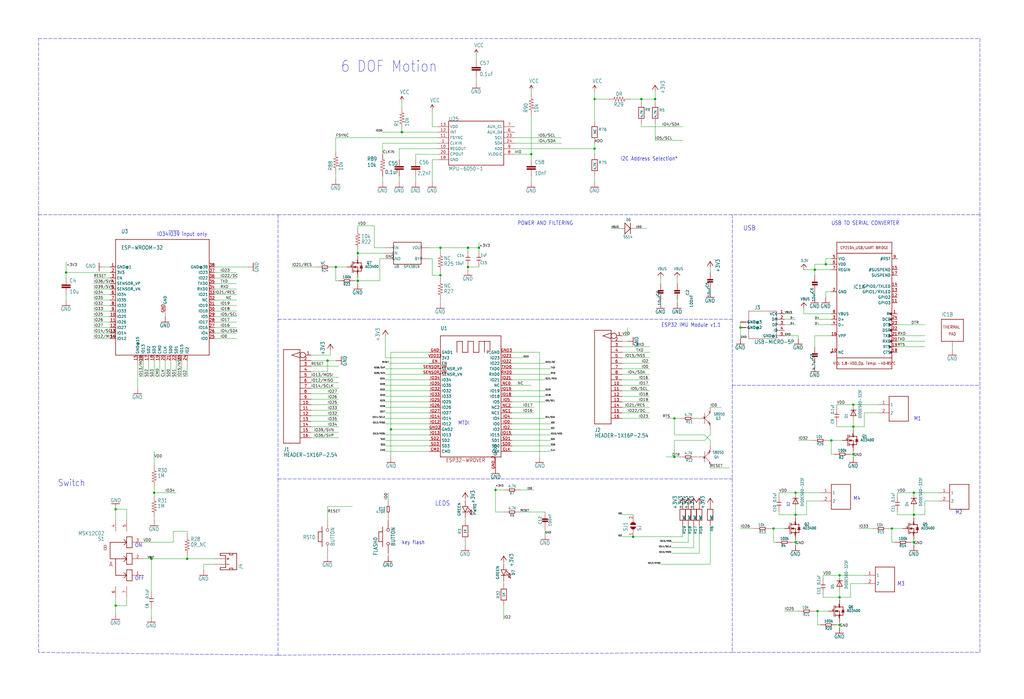
<source format=kicad_sch>
(kicad_sch (version 20211123) (generator eeschema)
  (paper "User" 472.44 322.58)
  (junction (at 53.34 234.95))
  (junction (at 165.1 129.54))
  (junction (at 215.9 114.3))
  (junction (at 421.64 250.19))
  (junction (at 165.1 116.84))
  (junction (at 383.54 203.2))
  (junction (at 53.34 279.4))
  (junction (at 69.85 257.81))
  (junction (at 302.26 45.72))
  (junction (at 393.7 186.69))
  (junction (at 387.35 275.59))
  (junction (at 215.9 123.19))
  (junction (at 341.63 151.13))
  (junction (at 311.15 210.82))
  (junction (at 292.1 247.65))
  (junction (at 203.2 114.3))
  (junction (at 274.32 68.58))
  (junction (at 411.48 243.84))
  (junction (at 367.03 250.19))
  (junction (at 387.35 288.29))
  (junction (at 377.19 281.94))
  (junction (at 245.11 71.12))
  (junction (at 381 121.92))
  (junction (at 30.48 125.73))
  (junction (at 421.64 227.33))
  (junction (at 71.12 227.33))
  (junction (at 180.34 198.12))
  (junction (at 393.7 196.85))
  (junction (at 387.35 265.43))
  (junction (at 295.91 45.72))
  (junction (at 203.2 127))
  (junction (at 421.64 237.49))
  (junction (at 274.32 45.72))
  (junction (at 154.94 123.19))
  (junction (at 185.42 60.96))
  (junction (at 311.15 193.04))
  (junction (at 367.03 227.33))
  (junction (at 86.36 257.81))
  (junction (at 356.87 243.84))
  (junction (at 367.03 237.49))
  (junction (at 393.7 209.55))
  (junction (at 220.98 114.3))
  (junction (at 375.92 124.46))
  (junction (at 151.13 166.37))
  (junction (at 228.6 226.06))
  (wire (pts (xy 175.26 119.38) (xy 175.26 129.54)))
  (wire (pts (xy 53.34 283.21) (xy 53.34 279.4)))
  (wire (pts (xy 30.48 138.43) (xy 30.48 135.89)))
  (wire (pts (xy 71.12 227.33) (xy 71.12 228.6)))
  (wire (pts (xy 292.1 237.49) (xy 287.02 237.49)))
  (wire (pts (xy 50.8 140.97) (xy 43.18 140.97)))
  (wire (pts (xy 69.85 257.81) (xy 66.04 257.81)))
  (wire (pts (xy 236.22 205.74) (xy 254 205.74)))
  (wire (pts (xy 325.12 203.2) (xy 311.15 203.2)))
  (wire (pts (xy 198.12 198.12) (xy 180.34 198.12)))
  (wire (pts (xy 198.12 167.64) (xy 179.578 167.64)))
  (wire (pts (xy 287.02 190.5) (xy 299.72 190.5)))
  (wire (pts (xy 287.02 154.94) (xy 289.56 154.94)))
  (polyline (pts (xy 452.12 300.99) (xy 452.12 177.8)))
  (wire (pts (xy 99.06 257.81) (xy 86.36 257.81)))
  (wire (pts (xy 327.66 260.35) (xy 304.8 260.35)))
  (wire (pts (xy 78.74 166.37) (xy 78.74 173.99)))
  (wire (pts (xy 392.43 209.55) (xy 393.7 209.55)))
  (wire (pts (xy 99.06 143.51) (xy 109.22 143.51)))
  (wire (pts (xy 220.98 115.57) (xy 220.98 114.3)))
  (wire (pts (xy 232.41 259.08) (xy 232.41 260.35)))
  (wire (pts (xy 356.87 250.19) (xy 356.87 243.84)))
  (wire (pts (xy 236.22 165.1) (xy 241.3 165.1)))
  (wire (pts (xy 251.46 243.84) (xy 251.46 246.38)))
  (wire (pts (xy 184.15 68.58) (xy 184.15 73.66)))
  (wire (pts (xy 322.58 255.27) (xy 309.88 255.27)))
  (polyline (pts (xy 17.78 17.78) (xy 452.12 17.78)))
  (wire (pts (xy 143.51 191.77) (xy 156.21 191.77)))
  (wire (pts (xy 410.21 243.84) (xy 411.48 243.84)))
  (wire (pts (xy 375.92 124.46) (xy 370.84 124.46)))
  (wire (pts (xy 381 119.38) (xy 381 121.92)))
  (wire (pts (xy 378.46 231.14) (xy 372.11 231.14)))
  (wire (pts (xy 356.87 243.84) (xy 361.95 243.84)))
  (wire (pts (xy 375.92 124.46) (xy 375.92 127)))
  (wire (pts (xy 143.51 189.23) (xy 156.21 189.23)))
  (wire (pts (xy 405.13 190.5) (xy 398.78 190.5)))
  (wire (pts (xy 287.02 160.02) (xy 299.72 160.02)))
  (wire (pts (xy 199.39 127) (xy 203.2 127)))
  (wire (pts (xy 327.66 187.96) (xy 332.74 187.96)))
  (wire (pts (xy 198.12 162.56) (xy 180.34 162.56)))
  (wire (pts (xy 236.22 170.18) (xy 254 170.18)))
  (wire (pts (xy 143.51 196.85) (xy 156.21 196.85)))
  (wire (pts (xy 359.41 236.22) (xy 359.41 237.49)))
  (wire (pts (xy 180.34 198.12) (xy 180.34 210.82)))
  (wire (pts (xy 66.04 166.37) (xy 66.04 173.99)))
  (wire (pts (xy 109.22 125.73) (xy 99.06 125.73)))
  (wire (pts (xy 372.11 237.49) (xy 367.03 237.49)))
  (wire (pts (xy 220.98 114.3) (xy 220.98 111.76)))
  (wire (pts (xy 383.54 209.55) (xy 383.54 203.2)))
  (wire (pts (xy 50.8 153.67) (xy 43.18 153.67)))
  (wire (pts (xy 325.12 200.66) (xy 311.15 200.66)))
  (wire (pts (xy 382.27 203.2) (xy 383.54 203.2)))
  (wire (pts (xy 359.41 228.6) (xy 359.41 227.33)))
  (wire (pts (xy 287.02 175.26) (xy 299.72 175.26)))
  (wire (pts (xy 143.51 201.93) (xy 156.21 201.93)))
  (wire (pts (xy 426.72 160.02) (xy 414.02 160.02)))
  (wire (pts (xy 86.36 256.54) (xy 86.36 257.81)))
  (wire (pts (xy 295.91 45.72) (xy 302.26 45.72)))
  (wire (pts (xy 347.98 243.84) (xy 341.63 243.84)))
  (wire (pts (xy 327.66 134.62) (xy 327.66 133.35)))
  (wire (pts (xy 146.05 123.19) (xy 134.62 123.19)))
  (wire (pts (xy 198.12 175.26) (xy 177.8 175.26)))
  (wire (pts (xy 383.54 134.62) (xy 381 134.62)))
  (wire (pts (xy 355.6 243.84) (xy 356.87 243.84)))
  (wire (pts (xy 320.04 242.57) (xy 320.04 252.73)))
  (wire (pts (xy 412.75 250.19) (xy 411.48 250.19)))
  (wire (pts (xy 184.15 81.28) (xy 184.15 83.82)))
  (wire (pts (xy 237.49 68.58) (xy 274.32 68.58)))
  (wire (pts (xy 398.78 269.24) (xy 392.43 269.24)))
  (wire (pts (xy 302.26 64.77) (xy 314.96 64.77)))
  (wire (pts (xy 327.66 203.2) (xy 325.12 200.66)))
  (wire (pts (xy 379.73 275.59) (xy 387.35 275.59)))
  (wire (pts (xy 236.22 175.26) (xy 251.46 175.26)))
  (wire (pts (xy 58.42 275.59) (xy 58.42 279.4)))
  (wire (pts (xy 48.26 123.19) (xy 50.8 123.19)))
  (wire (pts (xy 50.8 143.51) (xy 43.18 143.51)))
  (wire (pts (xy 367.03 227.33) (xy 367.03 228.6)))
  (wire (pts (xy 236.22 200.66) (xy 254 200.66)))
  (wire (pts (xy 236.22 172.72) (xy 254 172.72)))
  (wire (pts (xy 311.15 203.2) (xy 311.15 210.82)))
  (wire (pts (xy 368.3 154.94) (xy 368.3 156.21)))
  (wire (pts (xy 50.8 138.43) (xy 43.18 138.43)))
  (wire (pts (xy 50.8 130.81) (xy 43.18 130.81)))
  (wire (pts (xy 215.9 123.19) (xy 215.9 124.46)))
  (polyline (pts (xy 337.82 300.99) (xy 452.12 300.99)))
  (wire (pts (xy 285.75 105.41) (xy 281.94 105.41)))
  (wire (pts (xy 361.95 144.78) (xy 365.76 144.78)))
  (wire (pts (xy 414.02 237.49) (xy 421.64 237.49)))
  (polyline (pts (xy 337.82 147.32) (xy 337.82 177.8)))
  (wire (pts (xy 228.6 226.06) (xy 228.6 224.79)))
  (wire (pts (xy 311.15 210.82) (xy 307.34 210.82)))
  (wire (pts (xy 361.95 147.32) (xy 367.03 147.32)))
  (polyline (pts (xy 337.82 220.98) (xy 337.82 300.99)))
  (wire (pts (xy 58.42 279.4) (xy 53.34 279.4)))
  (polyline (pts (xy 128.27 220.98) (xy 337.82 220.98)))
  (wire (pts (xy 198.12 195.58) (xy 177.8 195.58)))
  (wire (pts (xy 386.08 196.85) (xy 393.7 196.85)))
  (wire (pts (xy 165.1 128.27) (xy 165.1 129.54)))
  (wire (pts (xy 143.51 179.07) (xy 156.21 179.07)))
  (wire (pts (xy 374.65 203.2) (xy 368.3 203.2)))
  (wire (pts (xy 69.85 273.05) (xy 69.85 257.81)))
  (wire (pts (xy 236.22 185.42) (xy 251.46 185.42)))
  (wire (pts (xy 198.12 190.5) (xy 177.8 190.5)))
  (wire (pts (xy 245.11 41.91) (xy 245.11 43.18)))
  (wire (pts (xy 71.12 224.79) (xy 71.12 227.33)))
  (wire (pts (xy 248.92 162.56) (xy 248.92 210.82)))
  (wire (pts (xy 411.48 243.84) (xy 416.56 243.84)))
  (wire (pts (xy 66.04 250.19) (xy 80.01 250.19)))
  (wire (pts (xy 378.46 288.29) (xy 377.19 288.29)))
  (polyline (pts (xy 337.82 177.8) (xy 337.82 220.98)))
  (wire (pts (xy 387.35 275.59) (xy 387.35 271.78)))
  (wire (pts (xy 370.84 144.78) (xy 383.54 144.78)))
  (wire (pts (xy 421.64 238.76) (xy 421.64 237.49)))
  (wire (pts (xy 327.66 205.74) (xy 327.66 203.2)))
  (wire (pts (xy 433.07 231.14) (xy 426.72 231.14)))
  (wire (pts (xy 274.32 83.82) (xy 274.32 81.28)))
  (wire (pts (xy 165.1 118.11) (xy 165.1 116.84)))
  (wire (pts (xy 53.34 279.4) (xy 53.34 275.59)))
  (wire (pts (xy 99.06 130.81) (xy 109.22 130.81)))
  (wire (pts (xy 377.19 281.94) (xy 382.27 281.94)))
  (wire (pts (xy 175.26 129.54) (xy 165.1 129.54)))
  (wire (pts (xy 152.4 161.29) (xy 152.4 163.83)))
  (wire (pts (xy 358.14 250.19) (xy 356.87 250.19)))
  (wire (pts (xy 114.3 123.19) (xy 99.06 123.19)))
  (wire (pts (xy 359.41 227.33) (xy 367.03 227.33)))
  (wire (pts (xy 274.32 66.04) (xy 274.32 68.58)))
  (wire (pts (xy 287.02 187.96) (xy 299.72 187.96)))
  (wire (pts (xy 63.5 179.07) (xy 63.5 166.37)))
  (wire (pts (xy 327.66 125.73) (xy 327.66 123.19)))
  (wire (pts (xy 287.02 177.8) (xy 299.72 177.8)))
  (wire (pts (xy 387.35 288.29) (xy 387.35 289.56)))
  (wire (pts (xy 185.42 46.99) (xy 185.42 49.53)))
  (wire (pts (xy 368.3 154.94) (xy 361.95 154.94)))
  (wire (pts (xy 375.92 154.94) (xy 383.54 154.94)))
  (wire (pts (xy 381 121.92) (xy 375.92 121.92)))
  (wire (pts (xy 393.7 196.85) (xy 393.7 193.04)))
  (wire (pts (xy 372.11 231.14) (xy 372.11 237.49)))
  (wire (pts (xy 154.94 69.85) (xy 154.94 63.5)))
  (wire (pts (xy 99.06 146.05) (xy 109.22 146.05)))
  (wire (pts (xy 53.34 234.95) (xy 58.42 234.95)))
  (wire (pts (xy 179.07 240.03) (xy 179.07 238.76)))
  (wire (pts (xy 143.51 173.99) (xy 156.21 173.99)))
  (wire (pts (xy 203.2 138.43) (xy 203.2 139.7)))
  (wire (pts (xy 392.43 269.24) (xy 392.43 275.59)))
  (wire (pts (xy 383.54 203.2) (xy 388.62 203.2)))
  (polyline (pts (xy 128.27 302.26) (xy 337.82 300.99)))
  (wire (pts (xy 69.85 280.67) (xy 69.85 284.48)))
  (wire (pts (xy 304.8 139.7) (xy 304.8 138.43)))
  (polyline (pts (xy 17.78 300.99) (xy 17.78 99.06)))
  (wire (pts (xy 198.12 172.72) (xy 177.8 172.72)))
  (wire (pts (xy 414.02 149.86) (xy 426.72 149.86)))
  (wire (pts (xy 214.63 229.87) (xy 214.63 231.14)))
  (polyline (pts (xy 337.82 99.06) (xy 128.27 99.06)))
  (wire (pts (xy 314.96 242.57) (xy 314.96 247.65)))
  (polyline (pts (xy 337.82 177.8) (xy 452.12 177.8)))
  (wire (pts (xy 185.42 59.69) (xy 185.42 60.96)))
  (wire (pts (xy 50.8 133.35) (xy 43.18 133.35)))
  (wire (pts (xy 177.8 114.3) (xy 172.72 114.3)))
  (wire (pts (xy 236.22 190.5) (xy 246.38 190.5)))
  (wire (pts (xy 367.03 227.33) (xy 378.46 227.33)))
  (wire (pts (xy 191.77 83.82) (xy 191.77 81.28)))
  (wire (pts (xy 421.64 250.19) (xy 421.64 251.46)))
  (wire (pts (xy 386.08 186.69) (xy 393.7 186.69)))
  (wire (pts (xy 287.02 162.56) (xy 299.72 162.56)))
  (wire (pts (xy 165.1 104.14) (xy 165.1 105.41)))
  (wire (pts (xy 143.51 171.45) (xy 151.13 171.45)))
  (wire (pts (xy 393.7 186.69) (xy 405.13 186.69)))
  (wire (pts (xy 143.51 176.53) (xy 156.21 176.53)))
  (wire (pts (xy 398.78 190.5) (xy 398.78 196.85)))
  (wire (pts (xy 176.53 83.82) (xy 176.53 81.28)))
  (wire (pts (xy 359.41 237.49) (xy 367.03 237.49)))
  (wire (pts (xy 287.02 180.34) (xy 299.72 180.34)))
  (wire (pts (xy 232.41 236.22) (xy 228.6 236.22)))
  (wire (pts (xy 109.22 151.13) (xy 99.06 151.13)))
  (wire (pts (xy 165.1 129.54) (xy 165.1 130.81)))
  (wire (pts (xy 426.72 237.49) (xy 421.64 237.49)))
  (wire (pts (xy 367.03 237.49) (xy 367.03 233.68)))
  (wire (pts (xy 198.12 114.3) (xy 203.2 114.3)))
  (wire (pts (xy 236.22 162.56) (xy 248.92 162.56)))
  (wire (pts (xy 383.54 121.92) (xy 381 121.92)))
  (wire (pts (xy 311.15 193.04) (xy 313.69 193.04)))
  (wire (pts (xy 165.1 116.84) (xy 177.8 116.84)))
  (wire (pts (xy 203.2 114.3) (xy 215.9 114.3)))
  (wire (pts (xy 361.95 149.86) (xy 367.03 149.86)))
  (polyline (pts (xy 452.12 17.78) (xy 452.12 99.06)))
  (wire (pts (xy 287.02 157.48) (xy 289.56 157.48)))
  (wire (pts (xy 58.42 234.95) (xy 58.42 240.03)))
  (wire (pts (xy 289.56 154.94) (xy 289.56 151.13)))
  (wire (pts (xy 311.15 210.82) (xy 313.69 210.82)))
  (wire (pts (xy 143.51 163.83) (xy 152.4 163.83)))
  (wire (pts (xy 86.36 166.37) (xy 86.36 173.99)))
  (wire (pts (xy 287.02 172.72) (xy 299.72 172.72)))
  (wire (pts (xy 280.67 45.72) (xy 274.32 45.72)))
  (wire (pts (xy 109.22 153.67) (xy 99.06 153.67)))
  (wire (pts (xy 302.26 45.72) (xy 302.26 46.99)))
  (wire (pts (xy 156.21 129.54) (xy 154.94 129.54)))
  (wire (pts (xy 179.07 231.14) (xy 179.07 227.33)))
  (wire (pts (xy 314.96 247.65) (xy 292.1 247.65)))
  (wire (pts (xy 375.92 281.94) (xy 377.19 281.94)))
  (wire (pts (xy 421.64 227.33) (xy 433.07 227.33)))
  (wire (pts (xy 287.02 193.04) (xy 299.72 193.04)))
  (wire (pts (xy 198.12 203.2) (xy 177.8 203.2)))
  (wire (pts (xy 165.1 115.57) (xy 165.1 116.84)))
  (wire (pts (xy 198.12 205.74) (xy 177.8 205.74)))
  (wire (pts (xy 322.58 242.57) (xy 322.58 255.27)))
  (wire (pts (xy 379.73 274.32) (xy 379.73 275.59)))
  (wire (pts (xy 317.5 242.57) (xy 317.5 250.19)))
  (wire (pts (xy 322.58 210.82) (xy 321.31 210.82)))
  (wire (pts (xy 154.94 123.19) (xy 160.02 123.19)))
  (wire (pts (xy 292.1 247.65) (xy 287.02 247.65)))
  (wire (pts (xy 327.66 198.12) (xy 327.66 200.66)))
  (wire (pts (xy 50.8 125.73) (xy 30.48 125.73)))
  (wire (pts (xy 245.11 73.66) (xy 245.11 71.12)))
  (wire (pts (xy 71.12 238.76) (xy 71.12 240.03)))
  (wire (pts (xy 219.71 27.94) (xy 219.71 25.4)))
  (wire (pts (xy 311.15 200.66) (xy 311.15 193.04)))
  (wire (pts (xy 414.02 154.94) (xy 426.72 154.94)))
  (wire (pts (xy 393.7 198.12) (xy 393.7 196.85)))
  (wire (pts (xy 219.71 38.1) (xy 219.71 35.56)))
  (wire (pts (xy 93.98 260.35) (xy 99.06 260.35)))
  (wire (pts (xy 50.8 156.21) (xy 43.18 156.21)))
  (wire (pts (xy 236.22 167.64) (xy 251.46 167.64)))
  (wire (pts (xy 368.3 281.94) (xy 361.95 281.94)))
  (wire (pts (xy 236.22 198.12) (xy 254 198.12)))
  (polyline (pts (xy 128.27 147.32) (xy 128.27 220.98)))
  (wire (pts (xy 201.93 66.04) (xy 176.53 66.04)))
  (wire (pts (xy 327.66 200.66) (xy 325.12 203.2)))
  (wire (pts (xy 214.63 250.19) (xy 214.63 251.46)))
  (wire (pts (xy 393.7 186.69) (xy 393.7 187.96)))
  (wire (pts (xy 99.06 135.89) (xy 109.22 135.89)))
  (wire (pts (xy 153.67 123.19) (xy 154.94 123.19)))
  (wire (pts (xy 99.06 138.43) (xy 109.22 138.43)))
  (wire (pts (xy 302.26 64.77) (xy 302.26 57.15)))
  (wire (pts (xy 236.22 195.58) (xy 254 195.58)))
  (wire (pts (xy 327.66 242.57) (xy 327.66 260.35)))
  (wire (pts (xy 220.98 123.19) (xy 215.9 123.19)))
  (wire (pts (xy 421.64 227.33) (xy 421.64 228.6)))
  (wire (pts (xy 176.53 71.12) (xy 176.53 66.04)))
  (wire (pts (xy 381 134.62) (xy 381 137.16)))
  (wire (pts (xy 232.41 279.4) (xy 232.41 285.75)))
  (wire (pts (xy 109.22 156.21) (xy 99.06 156.21)))
  (wire (pts (xy 287.02 165.1) (xy 299.72 165.1)))
  (wire (pts (xy 302.26 41.91) (xy 302.26 45.72)))
  (wire (pts (xy 163.83 129.54) (xy 165.1 129.54)))
  (wire (pts (xy 387.35 265.43) (xy 387.35 266.7)))
  (wire (pts (xy 439.42 160.02) (xy 439.42 161.29)))
  (wire (pts (xy 287.02 170.18) (xy 299.72 170.18)))
  (wire (pts (xy 421.64 237.49) (xy 421.64 233.68)))
  (wire (pts (xy 53.34 240.03) (xy 53.34 234.95)))
  (wire (pts (xy 245.11 83.82) (xy 245.11 81.28)))
  (wire (pts (xy 236.22 193.04) (xy 251.46 193.04)))
  (wire (pts (xy 199.39 119.38) (xy 199.39 127)))
  (wire (pts (xy 198.12 200.66) (xy 177.8 200.66)))
  (wire (pts (xy 379.73 266.7) (xy 379.73 265.43)))
  (wire (pts (xy 177.8 119.38) (xy 175.26 119.38)))
  (polyline (pts (xy 452.12 99.06) (xy 337.82 99.06)))
  (wire (pts (xy 109.22 148.59) (xy 99.06 148.59)))
  (wire (pts (xy 236.22 208.28) (xy 254 208.28)))
  (wire (pts (xy 30.48 128.27) (xy 30.48 125.73)))
  (wire (pts (xy 312.42 139.7) (xy 312.42 138.43)))
  (wire (pts (xy 307.34 193.04) (xy 311.15 193.04)))
  (wire (pts (xy 387.35 287.02) (xy 387.35 288.29)))
  (wire (pts (xy 379.73 265.43) (xy 387.35 265.43)))
  (wire (pts (xy 154.94 129.54) (xy 154.94 123.19)))
  (wire (pts (xy 143.51 194.31) (xy 156.21 194.31)))
  (wire (pts (xy 426.72 157.48) (xy 414.02 157.48)))
  (polyline (pts (xy 128.27 147.32) (xy 337.82 147.32)))
  (polyline (pts (xy 17.78 99.06) (xy 17.78 17.78)))
  (wire (pts (xy 199.39 73.66) (xy 201.93 73.66)))
  (polyline (pts (xy 452.12 177.8) (xy 452.12 99.06)))
  (wire (pts (xy 201.93 68.58) (xy 184.15 68.58)))
  (wire (pts (xy 143.51 166.37) (xy 151.13 166.37)))
  (wire (pts (xy 384.81 209.55) (xy 383.54 209.55)))
  (wire (pts (xy 185.42 60.96) (xy 176.53 60.96)))
  (wire (pts (xy 201.93 60.96) (xy 185.42 60.96)))
  (wire (pts (xy 293.37 105.41) (xy 298.45 105.41)))
  (wire (pts (xy 274.32 68.58) (xy 274.32 71.12)))
  (wire (pts (xy 50.8 148.59) (xy 43.18 148.59)))
  (wire (pts (xy 236.22 180.34) (xy 251.46 180.34)))
  (wire (pts (xy 143.51 186.69) (xy 156.21 186.69)))
  (wire (pts (xy 312.42 130.81) (xy 312.42 128.27)))
  (wire (pts (xy 375.92 147.32) (xy 383.54 147.32)))
  (wire (pts (xy 375.92 121.92) (xy 375.92 124.46)))
  (wire (pts (xy 151.13 233.68) (xy 162.56 233.68)))
  (wire (pts (xy 386.08 187.96) (xy 386.08 186.69)))
  (wire (pts (xy 81.28 166.37) (xy 81.28 173.99)))
  (wire (pts (xy 143.51 181.61) (xy 156.21 181.61)))
  (wire (pts (xy 203.2 115.57) (xy 203.2 114.3)))
  (wire (pts (xy 367.03 250.19) (xy 367.03 251.46)))
  (wire (pts (xy 86.36 257.81) (xy 69.85 257.81)))
  (wire (pts (xy 50.8 135.89) (xy 43.18 135.89)))
  (wire (pts (xy 151.13 255.27) (xy 151.13 256.54)))
  (wire (pts (xy 287.02 182.88) (xy 299.72 182.88)))
  (wire (pts (xy 375.92 160.02) (xy 375.92 154.94)))
  (wire (pts (xy 228.6 236.22) (xy 228.6 226.06)))
  (wire (pts (xy 156.21 168.91) (xy 143.51 168.91)))
  (wire (pts (xy 367.03 248.92) (xy 367.03 250.19)))
  (wire (pts (xy 214.63 240.03) (xy 214.63 238.76)))
  (wire (pts (xy 236.22 187.96) (xy 246.38 187.96)))
  (wire (pts (xy 393.7 208.28) (xy 393.7 209.55)))
  (wire (pts (xy 50.8 146.05) (xy 43.18 146.05)))
  (wire (pts (xy 375.92 168.91) (xy 375.92 167.64)))
  (wire (pts (xy 245.11 53.34) (xy 245.11 71.12)))
  (wire (pts (xy 295.91 58.42) (xy 295.91 57.15)))
  (wire (pts (xy 383.54 119.38) (xy 381 119.38)))
  (wire (pts (xy 50.8 151.13) (xy 43.18 151.13)))
  (wire (pts (xy 76.2 166.37) (xy 76.2 173.99)))
  (wire (pts (xy 367.03 238.76) (xy 367.03 237.49)))
  (wire (pts (xy 154.94 63.5) (xy 201.93 63.5)))
  (polyline (pts (xy 17.78 99.06) (xy 128.27 99.06)))
  (wire (pts (xy 421.64 248.92) (xy 421.64 250.19)))
  (wire (pts (xy 93.98 262.89) (xy 93.98 260.35)))
  (wire (pts (xy 295.91 46.99) (xy 295.91 45.72)))
  (wire (pts (xy 143.51 184.15) (xy 156.21 184.15)))
  (wire (pts (xy 172.72 104.14) (xy 165.1 104.14)))
  (wire (pts (xy 386.08 195.58) (xy 386.08 196.85)))
  (wire (pts (xy 71.12 166.37) (xy 71.12 173.99)))
  (wire (pts (xy 392.43 275.59) (xy 387.35 275.59)))
  (wire (pts (xy 320.04 252.73) (xy 309.88 252.73)))
  (wire (pts (xy 375.92 149.86) (xy 383.54 149.86)))
  (wire (pts (xy 341.63 148.59) (xy 341.63 151.13)))
  (wire (pts (xy 236.22 203.2) (xy 254 203.2)))
  (wire (pts (xy 76.2 146.05) (xy 76.2 143.51)))
  (wire (pts (xy 198.12 208.28) (xy 177.8 208.28)))
  (wire (pts (xy 398.78 196.85) (xy 393.7 196.85)))
  (wire (pts (xy 414.02 236.22) (xy 414.02 237.49)))
  (wire (pts (xy 287.02 167.64) (xy 299.72 167.64)))
  (wire (pts (xy 426.72 231.14) (xy 426.72 237.49)))
  (wire (pts (xy 83.82 166.37) (xy 83.82 173.99)))
  (wire (pts (xy 220.98 114.3) (xy 215.9 114.3)))
  (wire (pts (xy 151.13 240.03) (xy 151.13 233.68)))
  (wire (pts (xy 295.91 58.42) (xy 314.96 58.42)))
  (wire (pts (xy 201.93 58.42) (xy 199.39 58.42)))
  (wire (pts (xy 50.8 128.27) (xy 43.18 128.27)))
  (wire (pts (xy 198.12 170.18) (xy 177.8 170.18)))
  (wire (pts (xy 198.12 119.38) (xy 199.39 119.38)))
  (wire (pts (xy 99.06 140.97) (xy 109.22 140.97)))
  (wire (pts (xy 198.12 165.1) (xy 177.8 165.1)))
  (wire (pts (xy 383.54 124.46) (xy 375.92 124.46)))
  (wire (pts (xy 198.12 182.88) (xy 177.8 182.88)))
  (wire (pts (xy 30.48 125.73) (xy 30.48 120.65)))
  (wire (pts (xy 215.9 115.57) (xy 215.9 114.3)))
  (wire (pts (xy 290.83 45.72) (xy 295.91 45.72)))
  (wire (pts (xy 236.22 182.88) (xy 251.46 182.88)))
  (wire (pts (xy 172.72 114.3) (xy 172.72 104.14)))
  (wire (pts (xy 402.59 243.84) (xy 396.24 243.84)))
  (wire (pts (xy 71.12 227.33) (xy 81.28 227.33)))
  (wire (pts (xy 201.93 71.12) (xy 191.77 71.12)))
  (wire (pts (xy 232.41 226.06) (xy 228.6 226.06)))
  (wire (pts (xy 259.08 66.04) (xy 237.49 66.04)))
  (wire (pts (xy 274.32 55.88) (xy 274.32 45.72)))
  (wire (pts (xy 154.94 80.01) (xy 154.94 82.55)))
  (wire (pts (xy 86.36 245.11) (xy 86.36 246.38)))
  (wire (pts (xy 387.35 276.86) (xy 387.35 275.59)))
  (wire (pts (xy 237.49 71.12) (xy 245.11 71.12)))
  (wire (pts (xy 198.12 187.96) (xy 177.8 187.96)))
  (wire (pts (xy 375.92 134.62) (xy 375.92 137.16)))
  (wire (pts (xy 151.13 166.37) (xy 154.94 166.37)))
  (wire (pts (xy 198.12 185.42) (xy 177.8 185.42)))
  (wire (pts (xy 71.12 214.63) (xy 71.12 208.28)))
  (wire (pts (xy 393.7 209.55) (xy 393.7 210.82)))
  (wire (pts (xy 203.2 127) (xy 203.2 125.73)))
  (wire (pts (xy 287.02 185.42) (xy 299.72 185.42)))
  (wire (pts (xy 240.03 226.06) (xy 246.38 226.06)))
  (wire (pts (xy 80.01 250.19) (xy 80.01 245.11)))
  (wire (pts (xy 179.07 255.27) (xy 179.07 256.54)))
  (wire (pts (xy 341.63 151.13) (xy 341.63 156.21)))
  (wire (pts (xy 73.66 166.37) (xy 73.66 173.99)))
  (wire (pts (xy 321.31 193.04) (xy 322.58 193.04)))
  (polyline (pts (xy 128.27 99.06) (xy 128.27 147.32)))
  (wire (pts (xy 336.55 215.9) (xy 327.66 215.9)))
  (wire (pts (xy 99.06 133.35) (xy 109.22 133.35)))
  (wire (pts (xy 203.2 128.27) (xy 203.2 127)))
  (wire (pts (xy 199.39 58.42) (xy 199.39 50.8)))
  (wire (pts (xy 232.41 269.24) (xy 232.41 267.97)))
  (wire (pts (xy 414.02 228.6) (xy 414.02 227.33)))
  (wire (pts (xy 177.8 154.94) (xy 177.8 165.1)))
  (wire (pts (xy 414.02 227.33) (xy 421.64 227.33)))
  (wire (pts (xy 198.12 177.8) (xy 177.8 177.8)))
  (wire (pts (xy 180.34 162.56) (xy 180.34 198.12)))
  (wire (pts (xy 99.06 128.27) (xy 109.22 128.27)))
  (wire (pts (xy 80.01 245.11) (xy 86.36 245.11)))
  (wire (pts (xy 274.32 45.72) (xy 274.32 41.91)))
  (wire (pts (xy 259.08 63.5) (xy 237.49 63.5)))
  (wire (pts (xy 317.5 250.19) (xy 309.88 250.19)))
  (polyline (pts (xy 337.82 99.06) (xy 337.82 147.32)))
  (wire (pts (xy 191.77 73.66) (xy 191.77 71.12)))
  (wire (pts (xy 198.12 180.34) (xy 177.8 180.34)))
  (wire (pts (xy 236.22 177.8) (xy 245.11 177.8)))
  (wire (pts (xy 420.37 250.19) (xy 421.64 250.19)))
  (wire (pts (xy 68.58 166.37) (xy 68.58 173.99)))
  (wire (pts (xy 198.12 193.04) (xy 177.8 193.04)))
  (wire (pts (xy 151.13 171.45) (xy 151.13 166.37)))
  (wire (pts (xy 304.8 130.81) (xy 304.8 128.27)))
  (wire (pts (xy 386.08 288.29) (xy 387.35 288.29)))
  (polyline (pts (xy 128.27 220.98) (xy 128.27 302.26)))
  (wire (pts (xy 199.39 83.82) (xy 199.39 73.66)))
  (wire (pts (xy 370.84 144.78) (xy 370.84 142.24)))
  (wire (pts (xy 387.35 265.43) (xy 398.78 265.43)))
  (wire (pts (xy 240.03 236.22) (xy 251.46 236.22)))
  (wire (pts (xy 411.48 250.19) (xy 411.48 243.84)))
  (wire (pts (xy 143.51 199.39) (xy 156.21 199.39)))
  (wire (pts (xy 365.76 250.19) (xy 367.03 250.19)))
  (wire (pts (xy 377.19 288.29) (xy 377.19 281.94)))
  (polyline (pts (xy 128.27 302.26) (xy 17.78 300.99)))
  (text "Switch" (at 26.67 224.79 180) (effects (font (size 3.048 2.5908)) (justify left bottom)))
  (text "OFF" (at 62.23 267.97 180) (effects (font (size 1.778 1.5113)) (justify left bottom)))
  (text "M4" (at 393.7 231.14 180) (effects (font (size 1.778 1.5113)) (justify left bottom)))
  (text "USB TO SERIAL CONVERTER" (at 383.54 104.14 180) (effects (font (size 1.778 1.5113)) (justify left bottom)))
  (text "POWER AND FILTERING" (at 238.76 104.14 180) (effects (font (size 1.778 1.5113)) (justify left bottom)))
  (text "ESP32 IMU Module v1.1" (at 305.054 151.13 180) (effects (font (size 1.778 1.5113)) (justify left bottom)))
  (text "I2C Address Selection*" (at 286.258 74.422 180) (effects (font (size 1.778 1.5113)) (justify left bottom)))
  (text "M1" (at 421.64 194.31 180) (effects (font (size 1.778 1.5113)) (justify left bottom)))
  (text "M2" (at 440.69 237.49 180) (effects (font (size 1.778 1.5113)) (justify left bottom)))
  (text "USB" (at 342.9 106.68 180) (effects (font (size 2.1844 1.8567)) (justify left bottom)))
  (text "ON" (at 62.23 252.73 180) (effects (font (size 1.778 1.5113)) (justify left bottom)))
  (text "key flash" (at 185.42 251.46 180) (effects (font (size 1.778 1.5113)) (justify left bottom)))
  (text "6 DOF Motion" (at 157.226 33.782 180) (effects (font (size 5.08 4.318)) (justify left bottom)))
  (text "IO34~{IO39} input only" (at 72.39 109.22 180) (effects (font (size 1.778 1.5113)) (justify left bottom)))
  (text "LEDS" (at 200.66 233.68 180) (effects (font (size 2.1844 1.8567)) (justify left bottom)))
  (text "M3" (at 414.02 270.51 180) (effects (font (size 1.778 1.5113)) (justify left bottom)))
  (text "MTDI" (at 211.328 196.342 180) (effects (font (size 1.778 1.5113)) (justify left bottom)))
  (label "GND" (at 421.64 251.46 0) (effects (font (size 1.2446 1.2446))))
  (label "RTS" (at 414.02 160.02 0) (effects (font (size 1.2446 1.2446))))
  (label "IO26" (at 151.13 184.15 0) (effects (font (size 1.2446 1.2446))))
  (label "SD0" (at 254 205.74 0) (effects (font (size 0.7112 0.7112))))
  (label "RESET" (at 179.578 167.64 180) (effects (font (size 0.7112 0.7112))))
  (label "IO22/DC" (at 251.46 167.64 0) (effects (font (size 0.7112 0.7112))))
  (label "NC" (at 238.76 177.8 0) (effects (font (size 1.2446 1.2446))))
  (label "TXD" (at 254 170.18 0) (effects (font (size 0.7112 0.7112))))
  (label "VDD" (at 359.41 227.33 0) (effects (font (size 1.2446 1.2446))))
  (label "VDD" (at 293.37 105.41 0) (effects (font (size 0.889 0.889))))
  (label "IO17" (at 101.6 148.59 0) (effects (font (size 1.2446 1.2446))))
  (label "GND" (at 177.8 119.38 0) (effects (font (size 1.2446 1.2446))))
  (label "RXD" (at 101.6 133.35 0) (effects (font (size 1.2446 1.2446))))
  (label "DTR" (at 420.37 149.86 0) (effects (font (size 1.2446 1.2446))))
  (label "TXD" (at 101.6 130.81 0) (effects (font (size 1.2446 1.2446))))
  (label "IO19" (at 294.64 185.42 0) (effects (font (size 1.2446 1.2446))))
  (label "+3V3" (at 228.6 224.79 0) (effects (font (size 0.889 0.889))))
  (label "IO15/NSS" (at 254 200.66 0) (effects (font (size 0.7112 0.7112))))
  (label "IO21/RES" (at 99.06 135.89 0) (effects (font (size 1.2446 1.2446))))
  (label "IO33" (at 43.18 143.51 0) (effects (font (size 1.2446 1.2446))))
  (label "RESET" (at 43.18 128.27 0) (effects (font (size 1.2446 1.2446))))
  (label "IO0" (at 327.66 187.96 0) (effects (font (size 1.2446 1.2446))))
  (label "IO14/SCLK" (at 43.18 153.67 0) (effects (font (size 1.2446 1.2446))))
  (label "IO13/MOSI" (at 143.51 173.99 0) (effects (font (size 1.2446 1.2446))))
  (label "IO0" (at 287.02 237.49 180) (effects (font (size 0.7112 0.7112))))
  (label "IO27" (at 151.13 181.61 0) (effects (font (size 1.2446 1.2446))))
  (label "IO4/SDA" (at 305.435 58.42 0) (effects (font (size 1.2446 1.2446))))
  (label "IO22/DC" (at 289.56 190.5 0) (effects (font (size 1.2446 1.2446))))
  (label "IO4/SDA" (at 289.56 172.72 0) (effects (font (size 1.2446 1.2446))))
  (label "IO12/MISO" (at 177.8 195.58 180) (effects (font (size 0.7112 0.7112))))
  (label "IO5/SCL" (at 248.285 63.5 0) (effects (font (size 1.2446 1.2446))))
  (label "IO36/SVP" (at 43.18 130.81 0) (effects (font (size 1.2446 1.2446))))
  (label "IO19" (at 251.46 180.34 0) (effects (font (size 0.7112 0.7112))))
  (label "IO33" (at 177.8 182.88 180) (effects (font (size 0.7112 0.7112))))
  (label "VDD" (at 71.12 211.455 0) (effects (font (size 1.2446 1.2446))))
  (label "IO36/SVP" (at 177.8 170.18 180) (effects (font (size 0.7112 0.7112))))
  (label "GND" (at 387.35 289.56 0) (effects (font (size 1.2446 1.2446))))
  (label "VDD" (at 66.04 250.19 0) (effects (font (size 1.2446 1.2446))))
  (label "D-" (at 375.92 149.86 0) (effects (font (size 0.889 0.889))))
  (label "IO33" (at 396.24 243.84 0) (effects (font (size 1.2446 1.2446))))
  (label "IO39/SVN" (at 177.8 172.72 180) (effects (font (size 0.7112 0.7112))))
  (label "IO18" (at 251.46 182.88 0) (effects (font (size 0.7112 0.7112))))
  (label "IO35" (at 151.13 194.31 0) (effects (font (size 1.2446 1.2446))))
  (label "RESET" (at 143.51 168.91 0) (effects (font (size 1.2446 1.2446))))
  (label "FSYNC" (at 154.94 63.5 0) (effects (font (size 1.2446 1.2446))))
  (label "RESET" (at 327.66 215.9 0) (effects (font (size 1.2446 1.2446))))
  (label "IO25" (at 151.13 186.69 0) (effects (font (size 1.2446 1.2446))))
  (label "+3V3" (at 220.98 114.3 0) (effects (font (size 1.2446 1.2446))))
  (label "GND" (at 393.7 210.82 0) (effects (font (size 1.2446 1.2446))))
  (label "IO35" (at 176.53 60.96 180) (effects (font (size 0.889 0.889))))
  (label "IO18" (at 294.64 182.88 0) (effects (font (size 1.2446 1.2446))))
  (label "IO34" (at 43.18 135.89 0) (effects (font (size 1.2446 1.2446))))
  (label "IO23" (at 101.6 125.73 0) (effects (font (size 1.2446 1.2446))))
  (label "IO13/MOSI" (at 309.88 255.27 180) (effects (font (size 0.7112 0.7112))))
  (label "IO25" (at 361.95 281.94 0) (effects (font (size 1.2446 1.2446))))
  (label "IO22/DC" (at 101.6 128.27 0) (effects (font (size 1.2446 1.2446))))
  (label "IO27" (at 43.18 151.13 0) (effects (font (size 1.2446 1.2446))))
  (label "IO23" (at 294.64 193.04 0) (effects (font (size 1.2446 1.2446))))
  (label "IO5/SCL" (at 251.46 185.42 0) (effects (font (size 0.7112 0.7112))))
  (label "IO17" (at 241.3 187.96 0) (effects (font (size 1.2446 1.2446))))
  (label "IO2" (at 254 198.12 0) (effects (font (size 0.7112 0.7112))))
  (label "IO23" (at 241.3 165.1 0) (effects (font (size 0.7112 0.7112))))
  (label "IO4/SDA" (at 251.46 193.04 0) (effects (font (size 0.7112 0.7112))))
  (label "CMD" (at 177.8 208.28 180) (effects (font (size 0.7112 0.7112))))
  (label "IO12/MISO" (at 43.18 156.21 0) (effects (font (size 1.2446 1.2446))))
  (label "CLK" (at 76.2 173.99 90) (effects (font (size 1.2446 1.2446))))
  (label "IO21/RES" (at 134.62 123.19 0) (effects (font (size 1.2446 1.2446))))
  (label "IO0" (at 254 195.58 0) (effects (font (size 0.7112 0.7112))))
  (label "IO32" (at 43.18 140.97 0) (effects (font (size 1.2446 1.2446))))
  (label "IO15/NSS" (at 83.82 173.99 90) (effects (font (size 1.2446 1.2446))))
  (label "IO25" (at 43.18 146.05 0) (effects (font (size 1.2446 1.2446))))
  (label "SD1" (at 81.28 173.99 90) (effects (font (size 1.2446 1.2446))))
  (label "IO39/SVN" (at 144.78 199.39 0) (effects (font (size 1.2446 1.2446))))
  (label "IO12/MISO" (at 143.51 176.53 0) (effects (font (size 1.2446 1.2446))))
  (label "IO0" (at 101.6 156.21 0) (effects (font (size 1.2446 1.2446))))
  (label "IO12/MISO" (at 304.8 260.35 180) (effects (font (size 0.7112 0.7112))))
  (label "GND" (at 341.63 156.21 0) (effects (font (size 0.889 0.889))))
  (label "IO26" (at 341.63 243.84 0) (effects (font (size 1.2446 1.2446))))
  (label "IO15/NSS" (at 288.29 165.1 0) (effects (font (size 1.2446 1.2446))))
  (label "IO2" (at 232.41 285.75 0) (effects (font (size 1.2446 1.2446))))
  (label "IO2" (at 295.91 167.64 0) (effects (font (size 1.2446 1.2446))))
  (label "ADO" (at 274.32 66.04 0) (effects (font (size 1.2446 1.2446))))
  (label "IO16" (at 101.6 151.13 0) (effects (font (size 1.2446 1.2446))))
  (label "GND" (at 367.03 251.46 0) (effects (font (size 1.2446 1.2446))))
  (label "IO35" (at 43.18 138.43 0) (effects (font (size 1.2446 1.2446))))
  (label "GND" (at 251.46 246.38 0) (effects (font (size 0.889 0.889))))
  (label "IO27" (at 177.8 190.5 180) (effects (font (size 0.7112 0.7112))))
  (label "D-" (at 364.49 147.32 0) (effects (font (size 0.889 0.889))))
  (label "IO16" (at 241.3 190.5 0) (effects (font (size 1.2446 1.2446))))
  (label "IO17" (at 294.64 177.8 0) (effects (font (size 1.2446 1.2446))))
  (label "SD1" (at 254 203.2 0) (effects (font (size 0.7112 0.7112))))
  (label "IO14/SCLK" (at 309.88 252.73 180) (effects (font (size 0.7112 0.7112))))
  (label "IO25" (at 177.8 185.42 180) (effects (font (size 0.7112 0.7112))))
  (label "IO14/SCLK" (at 143.51 179.07 0) (effects (font (size 1.2446 1.2446))))
  (label "VDD" (at 386.08 186.69 0) (effects (font (size 1.2446 1.2446))))
  (label "IO35" (at 177.8 177.8 180) (effects (font (size 0.7112 0.7112))))
  (label "IO26" (at 43.18 148.59 0) (effects (font (size 1.2446 1.2446))))
  (label "RXD" (at 254 172.72 0) (effects (font (size 0.7112 0.7112))))
  (label "IO0" (at 243.205 226.06 0) (effects (font (size 0.889 0.889))))
  (label "IO4/SDA" (at 248.285 66.04 0) (effects (font (size 1.2446 1.2446))))
  (label "IO19" (at 101.6 140.97 0) (effects (font (size 1.2446 1.2446))))
  (label "CMD" (at 73.66 173.99 90) (effects (font (size 1.2446 1.2446))))
  (label "IO34" (at 177.8 175.26 180) (effects (font (size 0.7112 0.7112))))
  (label "IO34" (at 76.2 227.33 0) (effects (font (size 1.2446 1.2446))))
  (label "VIO" (at 237.49 71.12 0) (effects (font (size 1.2446 1.2446))))
  (label "IO39/SVN" (at 43.18 133.35 0) (effects (font (size 1.2446 1.2446))))
  (label "IO0" (at 295.91 170.18 0) (effects (font (size 1.2446 1.2446))))
  (label "IO32" (at 151.13 191.77 0) (effects (font (size 1.2446 1.2446))))
  (label "D+" (at 375.92 147.32 0) (effects (font (size 0.889 0.889))))
  (label "VDD" (at 165.1 104.14 0) (effects (font (size 1.2446 1.2446))))
  (label "IO5/SCL" (at 101.6 146.05 0) (effects (font (size 1.2446 1.2446))))
  (label "RXD" (at 414.02 154.94 0) (effects (font (size 1.2446 1.2446))))
  (label "GND" (at 361.95 154.94 0) (effects (font (size 0.889 0.889))))
  (label "+3V3" (at 30.48 123.19 0) (effects (font (size 1.2446 1.2446))))
  (label "SD3" (at 71.12 173.99 90) (effects (font (size 1.2446 1.2446))))
  (label "D+" (at 364.49 149.86 0) (effects (font (size 0.889 0.889))))
  (label "SD2" (at 68.58 173.99 90) (effects (font (size 1.2446 1.2446))))
  (label "IO34" (at 151.13 196.85 0) (effects (font (size 1.2446 1.2446))))
  (label "IO21/RES" (at 288.29 187.96 0) (effects (font (size 1.2446 1.2446))))
  (label "IO14/SCLK" (at 177.8 193.04 180) (effects (font (size 0.7112 0.7112))))
  (label "IO26" (at 177.8 187.96 180) (effects (font (size 0.7112 0.7112))))
  (label "IO2" (at 287.02 247.65 180) (effects (font (size 0.7112 0.7112))))
  (label "IO32" (at 368.3 203.2 0) (effects (font (size 1.2446 1.2446))))
  (label "IO5/SCL" (at 302.26 64.77 0) (effects (font (size 1.2446 1.2446))))
  (label "VBUS" (at 281.94 105.41 0) (effects (font (size 0.889 0.889))))
  (label "VBUS" (at 361.95 144.78 0) (effects (font (size 0.889 0.889))))
  (label "VBAT" (at 67.945 257.81 0) (effects (font (size 0.889 0.889))))
  (label "IO0" (at 179.07 227.33 270) (effects (font (size 1.2446 1.2446))))
  (label "NC" (at 104.14 138.43 0) (effects (font (size 1.2446 1.2446))))
  (label "TXD" (at 414.02 157.48 0) (effects (font (size 1.2446 1.2446))))
  (label "RTS" (at 309.245 193.04 180) (effects (font (size 1.2446 1.2446))))
  (label "RESET" (at 240.03 236.22 0) (effects (font (size 0.889 0.889))))
  (label "DTR" (at 313.69 210.82 180) (effects (font (size 1.2446 1.2446))))
  (label "IO15/NSS" (at 309.88 250.19 180) (effects (font (size 0.7112 0.7112))))
  (label "RXD" (at 293.37 160.02 0) (effects (font (size 1.2446 1.2446))))
  (label "IO36/SVP" (at 144.78 201.93 0) (effects (font (size 1.2446 1.2446))))
  (label "IO32" (at 177.8 180.34 180) (effects (font (size 0.7112 0.7112))))
  (label "IO16" (at 294.64 175.26 0) (effects (font (size 1.2446 1.2446))))
  (label "RESET" (at 151.13 236.855 0) (effects (font (size 1.2446 1.2446))))
  (label "SD2" (at 177.8 203.2 180) (effects (font (size 0.7112 0.7112))))
  (label "IO2" (at 86.36 173.99 90) (effects (font (size 1.2446 1.2446))))
  (label "VDD" (at 414.02 227.33 0) (effects (font (size 1.2446 1.2446))))
  (label "CLKIN" (at 176.53 71.12 0) (effects (font (size 1.2446 1.2446))))
  (label "IO5/SCL" (at 290.83 180.34 0) (effects (font (size 1.2446 1.2446))))
  (label "VDD" (at 379.73 265.43 0) (effects (font (size 1.2446 1.2446))))
  (label "IO21/RES" (at 251.46 175.26 0) (effects (font (size 0.7112 0.7112))))
  (label "IO13/MOSI" (at 177.8 200.66 180) (effects (font (size 0.7112 0.7112))))
  (label "IO4/SDA" (at 101.6 153.67 0) (effects (font (size 1.2446 1.2446))))
  (label "IO13/MOSI" (at 66.04 173.99 90) (effects (font (size 1.2446 1.2446))))
  (label "TXD" (at 293.37 162.56 0) (effects (font (size 1.2446 1.2446))))
  (label "IO33" (at 151.13 189.23 0) (effects (font (size 1.2446 1.2446))))
  (label "SD3" (at 177.8 205.74 180) (effects (font (size 0.7112 0.7112))))
  (label "IO18" (at 101.6 143.51 0) (effects (font (size 1.2446 1.2446))))
  (label "SD0" (at 78.74 173.99 90) (effects (font (size 1.2446 1.2446))))
  (label "VDD" (at 287.02 154.94 0) (effects (font (size 1.2446 1.2446))))
  (label "CLK" (at 254 208.28 0) (effects (font (size 0.7112 0.7112))))
  (symbol (lib_id "ESP32 IMU Module V1.1-eagle-import:GND") (at 292.1 157.48 90) (unit 1)
    (property "Reference" "#GND10" (effects hide))
    (property "Value" "GND" (at 294.64 160.02 0) (effects (font (size 1.778 1.5113)) (justify left bottom)))
    (property "Footprint" "ESP32 IMU Module V1.1:" (effects hide))
  )
  (symbol (lib_id "ESP32 IMU Module V1.1-eagle-import:CAP_CERAMIC0603_NO") (at 251.46 241.3 0) (unit 1)
    (property "Reference" "C12" (at 249.17 240.05 90))
    (property "Value" "100nf" (at 253.76 240.05 90))
    (property "Footprint" "ESP32 IMU Module V1.1:0603-NO" (effects hide))
  )
  (symbol (lib_id "ESP32 IMU Module V1.1-eagle-import:RESISTOR_0603_NOOUT") (at 232.41 274.32 90) (unit 1)
    (property "Reference" "R32" (at 229.87 274.32 0))
    (property "Value" "1K" (at 232.41 274.32 0) (effects (font (size 1.016 1.016) bold)))
    (property "Footprint" "ESP32 IMU Module V1.1:0603-NO" (effects hide))
  )
  (symbol (lib_id "ESP32 IMU Module V1.1-eagle-import:MOSFET-N'SOT23'") (at 165.1 123.19 0) (unit 1)
    (property "Reference" "Q7" (at 169.164 121.92 0) (effects (font (size 1.27 1.0795)) (justify left bottom)))
    (property "Value" "AO3400" (at 168.402 123.698 0) (effects (font (size 1.27 1.0795)) (justify left bottom)))
    (property "Footprint" "ESP32 IMU Module V1.1:SOT23@1" (effects hide))
  )
  (symbol (lib_id "ESP32 IMU Module V1.1-eagle-import:GND") (at 53.34 232.41 180) (unit 1)
    (property "Reference" "#U$8" (effects hide))
    (property "Value" "GND" (at 55.88 229.87 0) (effects (font (size 1.778 1.5113)) (justify left bottom)))
    (property "Footprint" "ESP32 IMU Module V1.1:" (effects hide))
  )
  (symbol (lib_id "ESP32 IMU Module V1.1-eagle-import:GND") (at 214.63 254 0) (unit 1)
    (property "Reference" "#GND24" (effects hide))
    (property "Value" "GND" (at 212.09 256.54 0) (effects (font (size 1.778 1.5113)) (justify left bottom)))
    (property "Footprint" "ESP32 IMU Module V1.1:" (effects hide))
  )
  (symbol (lib_id "ESP32 IMU Module V1.1-eagle-import:JST_2MM_MALESMD") (at 104.14 260.35 270) (mirror x) (unit 1)
    (property "Reference" "J4" (at 109.982 262.89 0) (effects (font (size 1.778 1.5113)) (justify left bottom)))
    (property "Value" "JST_2MM_MALESMD" (effects hide))
    (property "Footprint" "ESP32 IMU Module V1.1:JST-2-SMD" (effects hide))
  )
  (symbol (lib_id "ESP32 IMU Module V1.1-eagle-import:RESISTOR0603-RES") (at 185.42 54.61 90) (unit 1)
    (property "Reference" "R1" (at 183.9214 58.42 0) (effects (font (size 1.778 1.5113)) (justify left bottom)))
    (property "Value" "10k" (at 188.722 58.42 0) (effects (font (size 1.778 1.5113)) (justify left bottom)))
    (property "Footprint" "ESP32 IMU Module V1.1:0603-RES" (effects hide))
  )
  (symbol (lib_id "ESP32 IMU Module V1.1-eagle-import:R-0603") (at 179.07 234.95 90) (unit 1)
    (property "Reference" "R10" (at 177.927 233.934 90) (effects (font (size 1.27 1.0795)) (justify left bottom)))
    (property "Value" "470R" (at 177.8 235.458 90) (effects (font (size 1.27 1.0795)) (justify left bottom)))
    (property "Footprint" "ESP32 IMU Module V1.1:R0603" (effects hide))
  )
  (symbol (lib_id "ESP32 IMU Module V1.1-eagle-import:GND") (at 368.3 158.75 0) (unit 1)
    (property "Reference" "#GND27" (effects hide))
    (property "Value" "GND" (at 365.76 161.29 0) (effects (font (size 1.778 1.5113)) (justify left bottom)))
    (property "Footprint" "ESP32 IMU Module V1.1:" (effects hide))
  )
  (symbol (lib_id "ESP32 IMU Module V1.1-eagle-import:GND") (at 228.6 218.44 0) (mirror y) (unit 1)
    (property "Reference" "#GND13" (effects hide))
    (property "Value" "GND" (at 231.14 220.98 0) (effects (font (size 1.778 1.5113)) (justify left bottom)))
    (property "Footprint" "ESP32 IMU Module V1.1:" (effects hide))
  )
  (symbol (lib_id "ESP32 IMU Module V1.1-eagle-import:CAP0603-CAP") (at 184.15 78.74 0) (unit 1)
    (property "Reference" "C55" (at 179.07 76.327 0) (effects (font (size 1.778 1.5113)) (justify left bottom)))
    (property "Value" "0.1uF" (at 177.546 80.391 0) (effects (font (size 1.778 1.5113)) (justify left bottom)))
    (property "Footprint" "ESP32 IMU Module V1.1:0603-CAP" (effects hide))
  )
  (symbol (lib_id "ESP32 IMU Module V1.1-eagle-import:GND") (at 165.1 133.35 0) (unit 1)
    (property "Reference" "#GND21" (effects hide))
    (property "Value" "GND" (at 162.56 135.89 0) (effects (font (size 1.778 1.5113)) (justify left bottom)))
    (property "Footprint" "ESP32 IMU Module V1.1:" (effects hide))
  )
  (symbol (lib_id "ESP32 IMU Module V1.1-eagle-import:+3V3") (at 314.96 229.87 0) (unit 1)
    (property "Reference" "#+3V13" (effects hide))
    (property "Value" "+3V3" (at 312.42 234.95 90) (effects (font (size 1.778 1.5113)) (justify left bottom)))
    (property "Footprint" "ESP32 IMU Module V1.1:" (effects hide))
  )
  (symbol (lib_id "ESP32 IMU Module V1.1-eagle-import:R-0603") (at 416.56 250.19 0) (mirror y) (unit 1)
    (property "Reference" "R14" (at 414.909 252.476 0) (effects (font (size 1.27 1.0795)) (justify right bottom)))
    (property "Value" "100k" (at 414.528 249.174 0) (effects (font (size 1.27 1.0795)) (justify right bottom)))
    (property "Footprint" "ESP32 IMU Module V1.1:R0603" (effects hide))
  )
  (symbol (lib_id "ESP32 IMU Module V1.1-eagle-import:DIODESOD-323F") (at 387.35 269.24 90) (unit 1)
    (property "Reference" "D5" (at 384.81 271.78 0) (effects (font (size 1.27 1.0795)) (justify left bottom)))
    (property "Value" "DIODESOD-323F" (at 391.16 271.78 0) (effects (font (size 1.27 1.0795)) (justify left bottom)))
    (property "Footprint" "ESP32 IMU Module V1.1:SOD-323F" (effects hide))
  )
  (symbol (lib_id "ESP32 IMU Module V1.1-eagle-import:RESISTOR_0603_NOOUT") (at 274.32 76.2 270) (unit 1)
    (property "Reference" "R75" (at 276.098 75.692 90) (effects (justify left bottom)))
    (property "Value" "4.7K" (at 273.812 74.676 0) (effects (font (size 1.016 1.016) bold) (justify left bottom)))
    (property "Footprint" "ESP32 IMU Module V1.1:0603-NO" (effects hide))
  )
  (symbol (lib_id "ESP32 IMU Module V1.1-eagle-import:C-0603") (at 386.08 191.77 90) (unit 1)
    (property "Reference" "C9" (at 384.81 195.58 0) (effects (font (size 1.27 1.0795)) (justify left bottom)))
    (property "Value" "0.1uF" (at 384.81 191.135 0) (effects (font (size 1.27 1.0795)) (justify left bottom)))
    (property "Footprint" "ESP32 IMU Module V1.1:0603" (effects hide))
  )
  (symbol (lib_id "ESP32 IMU Module V1.1-eagle-import:RESISTOR0603-RES") (at 176.53 76.2 90) (unit 1)
    (property "Reference" "R89" (at 173.99 72.3646 90) (effects (font (size 1.778 1.5113)) (justify left bottom)))
    (property "Value" "10k" (at 173.736 75.184 90) (effects (font (size 1.778 1.5113)) (justify left bottom)))
    (property "Footprint" "ESP32 IMU Module V1.1:0603-RES" (effects hide))
  )
  (symbol (lib_id "ESP32 IMU Module V1.1-eagle-import:GND") (at 93.98 265.43 0) (unit 1)
    (property "Reference" "#GND11" (effects hide))
    (property "Value" "GND" (at 91.44 267.97 0) (effects (font (size 1.778 1.5113)) (justify left bottom)))
    (property "Footprint" "ESP32 IMU Module V1.1:" (effects hide))
  )
  (symbol (lib_id "ESP32 IMU Module V1.1-eagle-import:RESISTOR0603-RES") (at 285.75 45.72 180) (unit 1)
    (property "Reference" "R29" (at 287.782 47.2186 0) (effects (font (size 1.778 1.5113)) (justify left bottom)))
    (property "Value" "0R" (at 287.274 42.418 0) (effects (font (size 1.778 1.5113)) (justify left bottom)))
    (property "Footprint" "ESP32 IMU Module V1.1:0603-RES" (effects hide))
  )
  (symbol (lib_id "ESP32 IMU Module V1.1-eagle-import:MOSFET-N'SOT23'") (at 387.35 281.94 0) (unit 1)
    (property "Reference" "Q6" (at 391.414 280.67 0) (effects (font (size 1.27 1.0795)) (justify left bottom)))
    (property "Value" "AO3400" (at 390.652 282.448 0) (effects (font (size 1.27 1.0795)) (justify left bottom)))
    (property "Footprint" "ESP32 IMU Module V1.1:SOT23@1" (effects hide))
  )
  (symbol (lib_id "ESP32 IMU Module V1.1-eagle-import:SPX3819") (at 181.61 121.92 0) (unit 1)
    (property "Reference" "U8" (at 181.864 123.698 0) (effects (font (size 1.27 1.0795)) (justify left bottom)))
    (property "Value" "SPX3819" (at 186.182 123.698 0) (effects (font (size 1.27 1.0795)) (justify left bottom)))
    (property "Footprint" "ESP32 IMU Module V1.1:SOT23-5" (effects hide))
  )
  (symbol (lib_id "ESP32 IMU Module V1.1-eagle-import:USB-MICRO-5P") (at 351.79 149.86 0) (unit 1)
    (property "Reference" "J3" (at 347.98 142.875 0) (effects (font (size 1.778 1.5113)) (justify left bottom)))
    (property "Value" "USB-MICRO-5P" (at 347.98 158.75 0) (effects (font (size 1.778 1.5113)) (justify left bottom)))
    (property "Footprint" "ESP32 IMU Module V1.1:MICRO-USB-5P" (effects hide))
  )
  (symbol (lib_id "ESP32 IMU Module V1.1-eagle-import:VBUS") (at 370.84 139.7 0) (unit 1)
    (property "Reference" "#U$18" (effects hide))
    (property "Value" "VBUS" (at 369.316 138.684 0) (effects (font (size 1.27 1.0795)) (justify left bottom)))
    (property "Footprint" "ESP32 IMU Module V1.1:" (effects hide))
  )
  (symbol (lib_id "ESP32 IMU Module V1.1-eagle-import:VCC") (at 199.39 50.8 0) (unit 1)
    (property "Reference" "#P+3" (effects hide))
    (property "Value" "VCC" (at 198.374 47.244 0) (effects (font (size 1.778 1.5113)) (justify left bottom)))
    (property "Footprint" "ESP32 IMU Module V1.1:" (effects hide))
  )
  (symbol (lib_id "ESP32 IMU Module V1.1-eagle-import:C-0603") (at 69.85 276.86 90) (unit 1)
    (property "Reference" "C8" (at 68.58 280.67 0) (effects (font (size 1.27 1.0795)) (justify left bottom)))
    (property "Value" "0.1uF" (at 68.58 276.225 0) (effects (font (size 1.27 1.0795)) (justify left bottom)))
    (property "Footprint" "ESP32 IMU Module V1.1:0603" (effects hide))
  )
  (symbol (lib_id "ESP32 IMU Module V1.1-eagle-import:GND") (at 439.42 163.83 0) (unit 1)
    (property "Reference" "#GND20" (effects hide))
    (property "Value" "GND" (at 436.88 166.37 0) (effects (font (size 1.778 1.5113)) (justify left bottom)))
    (property "Footprint" "ESP32 IMU Module V1.1:" (effects hide))
  )
  (symbol (lib_id "ESP32 IMU Module V1.1-eagle-import:DIODESOD-323F") (at 393.7 190.5 90) (unit 1)
    (property "Reference" "D1" (at 391.16 193.04 0) (effects (font (size 1.27 1.0795)) (justify left bottom)))
    (property "Value" "DIODESOD-323F" (at 397.51 193.04 0) (effects (font (size 1.27 1.0795)) (justify left bottom)))
    (property "Footprint" "ESP32 IMU Module V1.1:SOD-323F" (effects hide))
  )
  (symbol (lib_id "ESP32 IMU Module V1.1-eagle-import:PH2.0-2P-90-DIP") (at 419.1 194.31 0) (unit 1)
    (property "Reference" "M1" (effects hide))
    (property "Value" "PH2.0-2P-90-DIP" (effects hide))
    (property "Footprint" "ESP32 IMU Module V1.1:PH2.0-2P-90-DIP" (effects hide))
  )
  (symbol (lib_id "ESP32 IMU Module V1.1-eagle-import:GND") (at 312.42 142.24 0) (unit 1)
    (property "Reference" "#GND4" (effects hide))
    (property "Value" "GND" (at 309.88 144.78 0) (effects (font (size 1.778 1.5113)) (justify left bottom)))
    (property "Footprint" "ESP32 IMU Module V1.1:" (effects hide))
  )
  (symbol (lib_id "ESP32 IMU Module V1.1-eagle-import:3.3V") (at 370.84 121.92 0) (unit 1)
    (property "Reference" "#U$24" (effects hide))
    (property "Value" "3.3V" (at 369.316 120.904 0) (effects (font (size 1.27 1.0795)) (justify left bottom)))
    (property "Footprint" "ESP32 IMU Module V1.1:" (effects hide))
  )
  (symbol (lib_id "ESP32 IMU Module V1.1-eagle-import:RESISTOR0603-RES") (at 71.12 219.71 270) (unit 1)
    (property "Reference" "R30" (at 72.644 217.9574 90) (effects (font (size 1.778 1.5113)) (justify left bottom)))
    (property "Value" "1M" (at 72.644 220.472 90) (effects (font (size 1.778 1.5113)) (justify left bottom)))
    (property "Footprint" "ESP32 IMU Module V1.1:0603-RES" (effects hide))
  )
  (symbol (lib_id "ESP32 IMU Module V1.1-eagle-import:+3V3") (at 317.5 229.87 0) (unit 1)
    (property "Reference" "#+3V14" (effects hide))
    (property "Value" "+3V3" (at 314.96 234.95 90) (effects (font (size 1.778 1.5113)) (justify left bottom)))
    (property "Footprint" "ESP32 IMU Module V1.1:" (effects hide))
  )
  (symbol (lib_id "ESP32 IMU Module V1.1-eagle-import:SJ") (at 292.1 242.57 90) (unit 1)
    (property "Reference" "SJ1" (at 289.56 245.11 0) (effects (font (size 1.778 1.5113)) (justify left bottom)))
    (property "Value" "SJ" (at 295.91 245.11 0) (effects (font (size 1.778 1.5113)) (justify left bottom)))
    (property "Footprint" "ESP32 IMU Module V1.1:SJ" (effects hide))
  )
  (symbol (lib_id "ESP32 IMU Module V1.1-eagle-import:RESISTOR0603-RES") (at 86.36 251.46 270) (unit 1)
    (property "Reference" "R28" (at 87.884 249.7074 90) (effects (font (size 1.778 1.5113)) (justify left bottom)))
    (property "Value" "0R_NC" (at 87.884 252.222 90) (effects (font (size 1.778 1.5113)) (justify left bottom)))
    (property "Footprint" "ESP32 IMU Module V1.1:0603-RES" (effects hide))
  )
  (symbol (lib_id "ESP32 IMU Module V1.1-eagle-import:RESISTOR_0603_NOOUT") (at 327.66 237.49 270) (unit 1)
    (property "Reference" "R6" (at 327.66 242.57 0) (effects (justify left bottom)))
    (property "Value" "NC" (at 327.66 237.49 0) (effects (font (size 1.016 1.016) bold) (justify left bottom)))
    (property "Footprint" "ESP32 IMU Module V1.1:0603-NO" (effects hide))
  )
  (symbol (lib_id "ESP32 IMU Module V1.1-eagle-import:GND") (at 393.7 213.36 0) (unit 1)
    (property "Reference" "#GND15" (effects hide))
    (property "Value" "GND" (at 391.16 215.9 0) (effects (font (size 1.778 1.5113)) (justify left bottom)))
    (property "Footprint" "ESP32 IMU Module V1.1:" (effects hide))
  )
  (symbol (lib_id "ESP32 IMU Module V1.1-eagle-import:RESISTOR_0603_NOOUT") (at 295.91 52.07 270) (unit 1)
    (property "Reference" "R8" (at 297.434 51.308 90) (effects (justify left bottom)))
    (property "Value" "4.7K" (at 295.402 50.546 0) (effects (font (size 1.016 1.016) bold) (justify left bottom)))
    (property "Footprint" "ESP32 IMU Module V1.1:0603-NO" (effects hide))
  )
  (symbol (lib_id "ESP32 IMU Module V1.1-eagle-import:DIODESOD-323F") (at 421.64 231.14 90) (unit 1)
    (property "Reference" "D4" (at 419.1 233.68 0) (effects (font (size 1.27 1.0795)) (justify left bottom)))
    (property "Value" "DIODESOD-323F" (at 425.45 233.68 0) (effects (font (size 1.27 1.0795)) (justify left bottom)))
    (property "Footprint" "ESP32 IMU Module V1.1:SOD-323F" (effects hide))
  )
  (symbol (lib_id "ESP32 IMU Module V1.1-eagle-import:MSK12C02") (at 60.96 257.81 180) (unit 1)
    (property "Reference" "S1" (at 48.26 247.65 0) (effects (font (size 1.778 1.5113)) (justify left bottom)))
    (property "Value" "MSK12C02" (at 48.26 245.11 0) (effects (font (size 1.778 1.5113)) (justify left bottom)))
    (property "Footprint" "ESP32 IMU Module V1.1:SMD7-6.6X2.7X2.5MM" (effects hide))
  )
  (symbol (lib_id "ESP32 IMU Module V1.1-eagle-import:GND") (at 421.64 254 0) (unit 1)
    (property "Reference" "#GND17" (effects hide))
    (property "Value" "GND" (at 419.1 256.54 0) (effects (font (size 1.778 1.5113)) (justify left bottom)))
    (property "Footprint" "ESP32 IMU Module V1.1:" (effects hide))
  )
  (symbol (lib_id "ESP32 IMU Module V1.1-eagle-import:GND") (at 274.32 86.36 0) (unit 1)
    (property "Reference" "#GND94" (effects hide))
    (property "Value" "GND" (at 271.78 88.9 0) (effects (font (size 1.778 1.5113)) (justify left bottom)))
    (property "Footprint" "ESP32 IMU Module V1.1:" (effects hide))
  )
  (symbol (lib_id "ESP32 IMU Module V1.1-eagle-import:GND") (at 69.85 287.02 0) (unit 1)
    (property "Reference" "#U$2" (effects hide))
    (property "Value" "GND" (at 67.31 289.56 0) (effects (font (size 1.778 1.5113)) (justify left bottom)))
    (property "Footprint" "ESP32 IMU Module V1.1:" (effects hide))
  )
  (symbol (lib_id "ESP32 IMU Module V1.1-eagle-import:GND") (at 53.34 285.75 0) (unit 1)
    (property "Reference" "#U$7" (effects hide))
    (property "Value" "GND" (at 50.8 288.29 0) (effects (font (size 1.778 1.5113)) (justify left bottom)))
    (property "Footprint" "ESP32 IMU Module V1.1:" (effects hide))
  )
  (symbol (lib_id "ESP32 IMU Module V1.1-eagle-import:C-0603") (at 215.9 119.38 90) (unit 1)
    (property "Reference" "C14" (at 210.82 118.618 90) (effects (font (size 1.27 1.0795)) (justify right top)))
    (property "Value" "10uF" (at 210.058 122.174 90) (effects (font (size 1.27 1.0795)) (justify right top)))
    (property "Footprint" "ESP32 IMU Module V1.1:0603" (effects hide))
  )
  (symbol (lib_id "ESP32 IMU Module V1.1-eagle-import:GND") (at 199.39 86.36 0) (unit 1)
    (property "Reference" "#GND88" (effects hide))
    (property "Value" "GND" (at 196.85 88.9 0) (effects (font (size 1.778 1.5113)) (justify left bottom)))
    (property "Footprint" "ESP32 IMU Module V1.1:" (effects hide))
  )
  (symbol (lib_id "ESP32 IMU Module V1.1-eagle-import:GND") (at 327.66 137.16 0) (unit 1)
    (property "Reference" "#U$11" (effects hide))
    (property "Value" "GND" (at 325.12 139.7 0) (effects (font (size 1.778 1.5113)) (justify left bottom)))
    (property "Footprint" "ESP32 IMU Module V1.1:" (effects hide))
  )
  (symbol (lib_id "ESP32 IMU Module V1.1-eagle-import:PB157") (at 151.13 247.65 90) (unit 1)
    (property "Reference" "RST0" (at 145.542 246.888 90) (effects (font (size 1.778 1.5113)) (justify left bottom)))
    (property "Value" "BUTTON" (at 154.432 251.968 0) (effects (font (size 1.778 1.5113)) (justify left bottom)))
    (property "Footprint" "ESP32 IMU Module V1.1:157SW" (effects hide))
  )
  (symbol (lib_id "ESP32 IMU Module V1.1-eagle-import:+3V3") (at 302.26 39.37 0) (unit 1)
    (property "Reference" "#+3V3" (effects hide))
    (property "Value" "+3V3" (at 304.8 37.084 90) (effects (font (size 1.778 1.5113)) (justify right top)))
    (property "Footprint" "ESP32 IMU Module V1.1:" (effects hide))
  )
  (symbol (lib_id "ESP32 IMU Module V1.1-eagle-import:GND") (at 375.92 139.7 0) (unit 1)
    (property "Reference" "#U$17" (effects hide))
    (property "Value" "GND" (at 373.38 142.24 0) (effects (font (size 1.778 1.5113)) (justify left bottom)))
    (property "Footprint" "ESP32 IMU Module V1.1:" (effects hide))
  )
  (symbol (lib_id "ESP32 IMU Module V1.1-eagle-import:R-0603") (at 388.62 209.55 0) (mirror y) (unit 1)
    (property "Reference" "R2" (at 386.969 211.836 0) (effects (font (size 1.27 1.0795)) (justify right bottom)))
    (property "Value" "100k" (at 386.588 208.534 0) (effects (font (size 1.27 1.0795)) (justify right bottom)))
    (property "Footprint" "ESP32 IMU Module V1.1:R0603" (effects hide))
  )
  (symbol (lib_id "ESP32 IMU Module V1.1-eagle-import:+3V3") (at 152.4 158.75 0) (unit 1)
    (property "Reference" "#+3V1" (effects hide))
    (property "Value" "+3V3" (at 149.86 163.83 90) (effects (font (size 1.778 1.5113)) (justify left bottom)))
    (property "Footprint" "ESP32 IMU Module V1.1:" (effects hide))
  )
  (symbol (lib_id "ESP32 IMU Module V1.1-eagle-import:GND") (at 151.13 259.08 0) (unit 1)
    (property "Reference" "#GND8" (effects hide))
    (property "Value" "GND" (at 148.59 261.62 0) (effects (font (size 1.778 1.5113)) (justify left bottom)))
    (property "Footprint" "ESP32 IMU Module V1.1:" (effects hide))
  )
  (symbol (lib_id "ESP32 IMU Module V1.1-eagle-import:ESP32-WROVER") (at 213.36 182.88 0) (unit 1)
    (property "Reference" "U1" (at 203.2 152.4 0) (effects (font (size 1.778 1.5113)) (justify left bottom)))
    (property "Value" "ESP32-WROVER" (effects hide))
    (property "Footprint" "ESP32 IMU Module V1.1:ESP32-WROVER" (effects hide))
  )
  (symbol (lib_id "ESP32 IMU Module V1.1-eagle-import:GND") (at 76.2 148.59 0) (unit 1)
    (property "Reference" "#GND2" (effects hide))
    (property "Value" "GND" (at 73.66 151.13 0) (effects (font (size 1.778 1.5113)) (justify left bottom)))
    (property "Footprint" "ESP32 IMU Module V1.1:" (effects hide))
  )
  (symbol (lib_id "ESP32 IMU Module V1.1-eagle-import:GND") (at 154.94 85.09 0) (unit 1)
    (property "Reference" "#GND95" (effects hide))
    (property "Value" "GND" (at 152.4 87.63 0) (effects (font (size 1.778 1.5113)) (justify left bottom)))
    (property "Footprint" "ESP32 IMU Module V1.1:" (effects hide))
  )
  (symbol (lib_id "ESP32 IMU Module V1.1-eagle-import:GND") (at 184.15 86.36 0) (unit 1)
    (property "Reference" "#GND92" (effects hide))
    (property "Value" "GND" (at 181.61 88.9 0) (effects (font (size 1.778 1.5113)) (justify left bottom)))
    (property "Footprint" "ESP32 IMU Module V1.1:" (effects hide))
  )
  (symbol (lib_id "ESP32 IMU Module V1.1-eagle-import:R-0603") (at 361.95 250.19 0) (mirror y) (unit 1)
    (property "Reference" "R4" (at 360.299 252.476 0) (effects (font (size 1.27 1.0795)) (justify right bottom)))
    (property "Value" "100k" (at 359.918 249.174 0) (effects (font (size 1.27 1.0795)) (justify right bottom)))
    (property "Footprint" "ESP32 IMU Module V1.1:R0603" (effects hide))
  )
  (symbol (lib_id "ESP32 IMU Module V1.1-eagle-import:HEADER-1X16P-2.54") (at 133.35 184.15 0) (unit 1)
    (property "Reference" "J1" (at 130.81 208.28 0) (effects (font (size 1.778 1.5113)) (justify left bottom)))
    (property "Value" "HEADER-1X16P-2.54" (at 130.81 210.82 0) (effects (font (size 1.778 1.5113)) (justify left bottom)))
    (property "Footprint" "ESP32 IMU Module V1.1:DIP-1X16-2.54MM" (effects hide))
  )
  (symbol (lib_id "ESP32 IMU Module V1.1-eagle-import:MOSFET-N'SOT23'") (at 367.03 243.84 0) (unit 1)
    (property "Reference" "Q2" (at 371.094 242.57 0) (effects (font (size 1.27 1.0795)) (justify left bottom)))
    (property "Value" "AO3400" (at 370.332 244.348 0) (effects (font (size 1.27 1.0795)) (justify left bottom)))
    (property "Footprint" "ESP32 IMU Module V1.1:SOT23@1" (effects hide))
  )
  (symbol (lib_id "ESP32 IMU Module V1.1-eagle-import:CP2104") (at 439.42 152.4 0) (unit 2)
    (property "Reference" "IC1" (at 434.34 146.05 0) (effects (font (size 1.778 1.5113)) (justify left bottom)))
    (property "Value" "CP2104" (effects hide))
    (property "Footprint" "ESP32 IMU Module V1.1:QFN24_4MM_SMSC" (effects hide))
  )
  (symbol (lib_id "ESP32 IMU Module V1.1-eagle-import:R-0603") (at 372.11 281.94 0) (mirror y) (unit 1)
    (property "Reference" "R21" (at 370.459 284.226 0) (effects (font (size 1.27 1.0795)) (justify right bottom)))
    (property "Value" "10k" (at 370.078 280.924 0) (effects (font (size 1.27 1.0795)) (justify right bottom)))
    (property "Footprint" "ESP32 IMU Module V1.1:R0603" (effects hide))
  )
  (symbol (lib_id "ESP32 IMU Module V1.1-eagle-import:GND") (at 63.5 181.61 0) (unit 1)
    (property "Reference" "#GND1" (effects hide))
    (property "Value" "GND" (at 60.96 184.15 0) (effects (font (size 1.778 1.5113)) (justify left bottom)))
    (property "Footprint" "ESP32 IMU Module V1.1:" (effects hide))
  )
  (symbol (lib_id "ESP32 IMU Module V1.1-eagle-import:VBUS") (at 312.42 125.73 0) (unit 1)
    (property "Reference" "#U$6" (effects hide))
    (property "Value" "VBUS" (at 310.896 124.714 0) (effects (font (size 1.27 1.0795)) (justify left bottom)))
    (property "Footprint" "ESP32 IMU Module V1.1:" (effects hide))
  )
  (symbol (lib_id "ESP32 IMU Module V1.1-eagle-import:GND") (at 251.46 248.92 0) (unit 1)
    (property "Reference" "#GND23" (effects hide))
    (property "Value" "GND" (at 248.92 251.46 0) (effects (font (size 1.778 1.5113)) (justify left bottom)))
    (property "Footprint" "ESP32 IMU Module V1.1:" (effects hide))
  )
  (symbol (lib_id "ESP32 IMU Module V1.1-eagle-import:RESISTOR0603-RES") (at 71.12 233.68 270) (unit 1)
    (property "Reference" "R31" (at 72.644 231.9274 90) (effects (font (size 1.778 1.5113)) (justify left bottom)))
    (property "Value" "1M" (at 72.644 234.442 90) (effects (font (size 1.778 1.5113)) (justify left bottom)))
    (property "Footprint" "ESP32 IMU Module V1.1:0603-RES" (effects hide))
  )
  (symbol (lib_id "ESP32 IMU Module V1.1-eagle-import:GND") (at 116.84 123.19 90) (unit 1)
    (property "Reference" "#GND3" (effects hide))
    (property "Value" "GND" (at 119.38 125.73 0) (effects (font (size 1.778 1.5113)) (justify left bottom)))
    (property "Footprint" "ESP32 IMU Module V1.1:" (effects hide))
  )
  (symbol (lib_id "ESP32 IMU Module V1.1-eagle-import:RESISTOR_0603_NOOUT") (at 314.96 237.49 270) (unit 1)
    (property "Reference" "R19" (at 314.96 242.57 0) (effects (justify left bottom)))
    (property "Value" "NC" (at 314.96 237.49 0) (effects (font (size 1.016 1.016) bold) (justify left bottom)))
    (property "Footprint" "ESP32 IMU Module V1.1:0603-NO" (effects hide))
  )
  (symbol (lib_id "ESP32 IMU Module V1.1-eagle-import:RESISTOR_0603_NOOUT") (at 320.04 237.49 270) (unit 1)
    (property "Reference" "R17" (at 320.04 242.57 0) (effects (justify left bottom)))
    (property "Value" "NC" (at 320.04 237.49 0) (effects (font (size 1.016 1.016) bold) (justify left bottom)))
    (property "Footprint" "ESP32 IMU Module V1.1:0603-NO" (effects hide))
  )
  (symbol (lib_id "ESP32 IMU Module V1.1-eagle-import:MOSFET-N'SOT23'") (at 421.64 243.84 0) (unit 1)
    (property "Reference" "Q5" (at 425.704 242.57 0) (effects (font (size 1.27 1.0795)) (justify left bottom)))
    (property "Value" "AO3400" (at 424.942 244.348 0) (effects (font (size 1.27 1.0795)) (justify left bottom)))
    (property "Footprint" "ESP32 IMU Module V1.1:SOT23@1" (effects hide))
  )
  (symbol (lib_id "ESP32 IMU Module V1.1-eagle-import:C-0603") (at 379.73 270.51 90) (unit 1)
    (property "Reference" "C13" (at 378.46 274.32 0) (effects (font (size 1.27 1.0795)) (justify left bottom)))
    (property "Value" "0.1uF" (at 378.46 269.875 0) (effects (font (size 1.27 1.0795)) (justify left bottom)))
    (property "Footprint" "ESP32 IMU Module V1.1:0603" (effects hide))
  )
  (symbol (lib_id "ESP32 IMU Module V1.1-eagle-import:MPU-6050-1") (at 219.71 66.04 0) (unit 1)
    (property "Reference" "U25" (at 207.01 55.88 0) (effects (font (size 1.778 1.5113)) (justify left bottom)))
    (property "Value" "MPU-6050-1" (at 207.01 78.74 0) (effects (font (size 1.778 1.5113)) (justify left bottom)))
    (property "Footprint" "ESP32 IMU Module V1.1:QFN-24-4MM2" (effects hide))
  )
  (symbol (lib_id "ESP32 IMU Module V1.1-eagle-import:RESISTOR0603-RES") (at 154.94 74.93 90) (unit 1)
    (property "Reference" "R88" (at 153.4414 78.74 0) (effects (font (size 1.778 1.5113)) (justify left bottom)))
    (property "Value" "10k" (at 158.242 78.74 0) (effects (font (size 1.778 1.5113)) (justify left bottom)))
    (property "Footprint" "ESP32 IMU Module V1.1:0603-RES" (effects hide))
  )
  (symbol (lib_id "ESP32 IMU Module V1.1-eagle-import:R-0603") (at 378.46 203.2 0) (mirror y) (unit 1)
    (property "Reference" "R26" (at 376.809 205.486 0) (effects (font (size 1.27 1.0795)) (justify right bottom)))
    (property "Value" "10k" (at 376.428 202.184 0) (effects (font (size 1.27 1.0795)) (justify right bottom)))
    (property "Footprint" "ESP32 IMU Module V1.1:R0603" (effects hide))
  )
  (symbol (lib_id "ESP32 IMU Module V1.1-eagle-import:MOSFET-N'SOT23'") (at 393.7 203.2 0) (unit 1)
    (property "Reference" "Q1" (at 397.764 201.93 0) (effects (font (size 1.27 1.0795)) (justify left bottom)))
    (property "Value" "AO3400" (at 397.002 203.708 0) (effects (font (size 1.27 1.0795)) (justify left bottom)))
    (property "Footprint" "ESP32 IMU Module V1.1:SOT23@1" (effects hide))
  )
  (symbol (lib_id "ESP32 IMU Module V1.1-eagle-import:VCC") (at 185.42 46.99 0) (unit 1)
    (property "Reference" "#P+4" (effects hide))
    (property "Value" "VCC" (at 184.404 43.434 0) (effects (font (size 1.778 1.5113)) (justify left bottom)))
    (property "Footprint" "ESP32 IMU Module V1.1:" (effects hide))
  )
  (symbol (lib_id "ESP32 IMU Module V1.1-eagle-import:GND") (at 245.11 86.36 0) (unit 1)
    (property "Reference" "#GND89" (effects hide))
    (property "Value" "GND" (at 242.57 88.9 0) (effects (font (size 1.778 1.5113)) (justify left bottom)))
    (property "Footprint" "ESP32 IMU Module V1.1:" (effects hide))
  )
  (symbol (lib_id "ESP32 IMU Module V1.1-eagle-import:GND") (at 304.8 142.24 0) (unit 1)
    (property "Reference" "#GND5" (effects hide))
    (property "Value" "GND" (at 302.26 144.78 0) (effects (font (size 1.778 1.5113)) (justify left bottom)))
    (property "Footprint" "ESP32 IMU Module V1.1:" (effects hide))
  )
  (symbol (lib_id "ESP32 IMU Module V1.1-eagle-import:PH2.0-2P-90-DIP") (at 392.43 234.95 0) (unit 1)
    (property "Reference" "M4" (effects hide))
    (property "Value" "PH2.0-2P-90-DIP" (effects hide))
    (property "Footprint" "ESP32 IMU Module V1.1:PH2.0-2P-90-DIP" (effects hide))
  )
  (symbol (lib_id "ESP32 IMU Module V1.1-eagle-import:GND") (at 387.35 292.1 0) (unit 1)
    (property "Reference" "#GND18" (effects hide))
    (property "Value" "GND" (at 384.81 294.64 0) (effects (font (size 1.778 1.5113)) (justify left bottom)))
    (property "Footprint" "ESP32 IMU Module V1.1:" (effects hide))
  )
  (symbol (lib_id "ESP32 IMU Module V1.1-eagle-import:VBUS") (at 304.8 125.73 0) (unit 1)
    (property "Reference" "#U$5" (effects hide))
    (property "Value" "VBUS" (at 303.276 124.714 0) (effects (font (size 1.27 1.0795)) (justify left bottom)))
    (property "Footprint" "ESP32 IMU Module V1.1:" (effects hide))
  )
  (symbol (lib_id "ESP32 IMU Module V1.1-eagle-import:GND") (at 176.53 86.36 0) (unit 1)
    (property "Reference" "#GND93" (effects hide))
    (property "Value" "GND" (at 173.99 88.9 0) (effects (font (size 1.778 1.5113)) (justify left bottom)))
    (property "Footprint" "ESP32 IMU Module V1.1:" (effects hide))
  )
  (symbol (lib_id "ESP32 IMU Module V1.1-eagle-import:PH2.0-2P-90-DIP") (at 412.75 273.05 0) (unit 1)
    (property "Reference" "M3" (effects hide))
    (property "Value" "PH2.0-2P-90-DIP" (effects hide))
    (property "Footprint" "ESP32 IMU Module V1.1:PH2.0-2P-90-DIP" (effects hide))
  )
  (symbol (lib_id "ESP32 IMU Module V1.1-eagle-import:+3V3") (at 320.04 229.87 0) (unit 1)
    (property "Reference" "#+3V6" (effects hide))
    (property "Value" "+3V3" (at 317.5 234.95 90) (effects (font (size 1.778 1.5113)) (justify left bottom)))
    (property "Footprint" "ESP32 IMU Module V1.1:" (effects hide))
  )
  (symbol (lib_id "ESP32 IMU Module V1.1-eagle-import:GND") (at 219.71 40.64 0) (unit 1)
    (property "Reference" "#GND90" (effects hide))
    (property "Value" "GND" (at 217.17 43.18 0) (effects (font (size 1.778 1.5113)) (justify left bottom)))
    (property "Footprint" "ESP32 IMU Module V1.1:" (effects hide))
  )
  (symbol (lib_id "ESP32 IMU Module V1.1-eagle-import:GND") (at 191.77 86.36 0) (unit 1)
    (property "Reference" "#GND91" (effects hide))
    (property "Value" "GND" (at 189.23 88.9 0) (effects (font (size 1.778 1.5113)) (justify left bottom)))
    (property "Footprint" "ESP32 IMU Module V1.1:" (effects hide))
  )
  (symbol (lib_id "ESP32 IMU Module V1.1-eagle-import:C-EUC0603") (at 30.48 130.81 0) (unit 1)
    (property "Reference" "C4" (at 32.004 130.429 0) (effects (font (size 1.778 1.5113)) (justify left bottom)))
    (property "Value" "10u" (at 32.004 135.509 0) (effects (font (size 1.778 1.5113)) (justify left bottom)))
    (property "Footprint" "ESP32 IMU Module V1.1:C0603" (effects hide))
  )
  (symbol (lib_id "ESP32 IMU Module V1.1-eagle-import:DIODESOD-323F") (at 367.03 231.14 90) (unit 1)
    (property "Reference" "D2" (at 364.49 233.68 0) (effects (font (size 1.27 1.0795)) (justify left bottom)))
    (property "Value" "DIODESOD-323F" (at 370.84 233.68 0) (effects (font (size 1.27 1.0795)) (justify left bottom)))
    (property "Footprint" "ESP32 IMU Module V1.1:SOD-323F" (effects hide))
  )
  (symbol (lib_id "ESP32 IMU Module V1.1-eagle-import:+3V3") (at 177.8 152.4 0) (unit 1)
    (property "Reference" "#+3V10" (effects hide))
    (property "Value" "+3V3" (at 175.26 157.48 90) (effects (font (size 1.778 1.5113)) (justify left bottom)))
    (property "Footprint" "ESP32 IMU Module V1.1:" (effects hide))
  )
  (symbol (lib_id "ESP32 IMU Module V1.1-eagle-import:HEADER-1X16P-2.54") (at 276.86 175.26 0) (unit 1)
    (property "Reference" "J2" (at 274.32 199.39 0) (effects (font (size 1.778 1.5113)) (justify left bottom)))
    (property "Value" "HEADER-1X16P-2.54" (at 274.32 201.93 0) (effects (font (size 1.778 1.5113)) (justify left bottom)))
    (property "Footprint" "ESP32 IMU Module V1.1:DIP-1X16-2.54MM" (effects hide))
  )
  (symbol (lib_id "ESP32 IMU Module V1.1-eagle-import:+3V3") (at 327.66 120.65 0) (mirror y) (unit 1)
    (property "Reference" "#+3V2" (effects hide))
    (property "Value" "+3V3" (at 330.2 125.73 90) (effects (font (size 1.778 1.5113)) (justify left bottom)))
    (property "Footprint" "ESP32 IMU Module V1.1:" (effects hide))
  )
  (symbol (lib_id "ESP32 IMU Module V1.1-eagle-import:GND") (at 30.48 140.97 0) (unit 1)
    (property "Reference" "#GND7" (effects hide))
    (property "Value" "GND" (at 27.94 143.51 0) (effects (font (size 1.778 1.5113)) (justify left bottom)))
    (property "Footprint" "ESP32 IMU Module V1.1:" (effects hide))
  )
  (symbol (lib_id "ESP32 IMU Module V1.1-eagle-import:VCC") (at 245.11 41.91 0) (unit 1)
    (property "Reference" "#P+6" (effects hide))
    (property "Value" "VCC" (at 244.094 38.354 0) (effects (font (size 1.778 1.5113)) (justify left bottom)))
    (property "Footprint" "ESP32 IMU Module V1.1:" (effects hide))
  )
  (symbol (lib_id "ESP32 IMU Module V1.1-eagle-import:GND") (at 215.9 127 0) (unit 1)
    (property "Reference" "#GND19" (effects hide))
    (property "Value" "GND" (at 213.36 129.54 0) (effects (font (size 1.778 1.5113)) (justify left bottom)))
    (property "Footprint" "ESP32 IMU Module V1.1:" (effects hide))
  )
  (symbol (lib_id "ESP32 IMU Module V1.1-eagle-import:GND") (at 71.12 242.57 0) (unit 1)
    (property "Reference" "#GND26" (effects hide))
    (property "Value" "GND" (at 68.58 245.11 0) (effects (font (size 1.778 1.5113)) (justify left bottom)))
    (property "Footprint" "ESP32 IMU Module V1.1:" (effects hide))
  )
  (symbol (lib_id "ESP32 IMU Module V1.1-eagle-import:CAP0603-CAP") (at 191.77 78.74 0) (unit 1)
    (property "Reference" "C56" (at 193.294 75.819 0) (effects (font (size 1.778 1.5113)) (justify left bottom)))
    (property "Value" "2.2nF" (at 192.532 80.899 0) (effects (font (size 1.778 1.5113)) (justify left bottom)))
    (property "Footprint" "ESP32 IMU Module V1.1:0603-CAP" (effects hide))
  )
  (symbol (lib_id "ESP32 IMU Module V1.1-eagle-import:C-0603") (at 359.41 232.41 90) (unit 1)
    (property "Reference" "C10" (at 358.14 236.22 0) (effects (font (size 1.27 1.0795)) (justify left bottom)))
    (property "Value" "0.1uF" (at 358.14 231.775 0) (effects (font (size 1.27 1.0795)) (justify left bottom)))
    (property "Footprint" "ESP32 IMU Module V1.1:0603" (effects hide))
  )
  (symbol (lib_id "ESP32 IMU Module V1.1-eagle-import:GND") (at 367.03 254 0) (unit 1)
    (property "Reference" "#GND16" (effects hide))
    (property "Value" "GND" (at 364.49 256.54 0) (effects (font (size 1.778 1.5113)) (justify left bottom)))
    (property "Footprint" "ESP32 IMU Module V1.1:" (effects hide))
  )
  (symbol (lib_id "ESP32 IMU Module V1.1-eagle-import:GND") (at 341.63 158.75 0) (unit 1)
    (property "Reference" "#GND28" (effects hide))
    (property "Value" "GND" (at 339.09 161.29 0) (effects (font (size 1.778 1.5113)) (justify left bottom)))
    (property "Footprint" "ESP32 IMU Module V1.1:" (effects hide))
  )
  (symbol (lib_id "ESP32 IMU Module V1.1-eagle-import:RESISTOR0603-RES") (at 245.11 48.26 90) (unit 1)
    (property "Reference" "R90" (at 243.6114 52.07 0) (effects (font (size 1.778 1.5113)) (justify left bottom)))
    (property "Value" "10k" (at 248.412 52.07 0) (effects (font (size 1.778 1.5113)) (justify left bottom)))
    (property "Footprint" "ESP32 IMU Module V1.1:0603-RES" (effects hide))
  )
  (symbol (lib_id "ESP32 IMU Module V1.1-eagle-import:RESISTOR_0603_NOOUT") (at 274.32 60.96 270) (unit 1)
    (property "Reference" "R76" (at 276.098 60.452 90) (effects (justify left bottom)))
    (property "Value" "NC" (at 273.812 59.436 0) (effects (font (size 1.016 1.016) bold) (justify left bottom)))
    (property "Footprint" "ESP32 IMU Module V1.1:0603-NO" (effects hide))
  )
  (symbol (lib_id "ESP32 IMU Module V1.1-eagle-import:RESISTOR_0603_NOOUT") (at 322.58 237.49 270) (unit 1)
    (property "Reference" "R16" (at 322.58 242.57 0) (effects (justify left bottom)))
    (property "Value" "NC" (at 322.58 237.49 0) (effects (font (size 1.016 1.016) bold) (justify left bottom)))
    (property "Footprint" "ESP32 IMU Module V1.1:0603-NO" (effects hide))
  )
  (symbol (lib_id "ESP32 IMU Module V1.1-eagle-import:RESISTOR0603-RES") (at 203.2 133.35 270) (unit 1)
    (property "Reference" "R27" (at 204.724 135.4074 90) (effects (font (size 1.778 1.5113)) (justify left bottom)))
    (property "Value" "NC" (at 204.724 132.842 90) (effects (font (size 1.778 1.5113)) (justify left bottom)))
    (property "Footprint" "ESP32 IMU Module V1.1:0603-RES" (effects hide))
  )
  (symbol (lib_id "ESP32 IMU Module V1.1-eagle-import:GND") (at 381 139.7 0) (unit 1)
    (property "Reference" "#U$12" (effects hide))
    (property "Value" "GND" (at 378.46 142.24 0) (effects (font (size 1.778 1.5113)) (justify left bottom)))
    (property "Footprint" "ESP32 IMU Module V1.1:" (effects hide))
  )
  (symbol (lib_id "ESP32 IMU Module V1.1-eagle-import:GND") (at 45.72 123.19 270) (unit 1)
    (property "Reference" "#GND6" (effects hide))
    (property "Value" "GND" (at 39.37 123.698 90) (effects (font (size 1.778 1.5113)) (justify left bottom)))
    (property "Footprint" "ESP32 IMU Module V1.1:" (effects hide))
  )
  (symbol (lib_id "ESP32 IMU Module V1.1-eagle-import:ESP-WROOM-32") (at 68.58 125.73 0) (unit 1)
    (property "Reference" "U3" (at 55.88 107.696 0) (effects (font (size 1.778 1.5113)) (justify left bottom)))
    (property "Value" "ESP-WROOM-32" (at 55.88 113.284 0) (effects (font (size 1.778 1.5113)) (justify left top)))
    (property "Footprint" "ESP32 IMU Module V1.1:ESP-WROOM-32" (effects hide))
  )
  (symbol (lib_id "ESP32 IMU Module V1.1-eagle-import:GND") (at 248.92 213.36 0) (mirror y) (unit 1)
    (property "Reference" "#GND14" (effects hide))
    (property "Value" "GND" (at 251.46 215.9 0) (effects (font (size 1.778 1.5113)) (justify left bottom)))
    (property "Footprint" "ESP32 IMU Module V1.1:" (effects hide))
  )
  (symbol (lib_id "ESP32 IMU Module V1.1-eagle-import:C-0603") (at 414.02 232.41 90) (unit 1)
    (property "Reference" "C11" (at 412.75 236.22 0) (effects (font (size 1.27 1.0795)) (justify left bottom)))
    (property "Value" "0.1uF" (at 412.75 231.775 0) (effects (font (size 1.27 1.0795)) (justify left bottom)))
    (property "Footprint" "ESP32 IMU Module V1.1:0603" (effects hide))
  )
  (symbol (lib_id "ESP32 IMU Module V1.1-eagle-import:CAP_CERAMIC0603_NO") (at 327.66 130.81 0) (unit 1)
    (property "Reference" "C5" (at 325.648 130.052 90) (effects (justify right top)))
    (property "Value" "10uF" (at 326.41 132.32 90) (effects (justify right top)))
    (property "Footprint" "ESP32 IMU Module V1.1:0603-NO" (effects hide))
  )
  (symbol (lib_id "ESP32 IMU Module V1.1-eagle-import:RESISTOR_0603_NOOUT") (at 214.63 245.11 90) (unit 1)
    (property "Reference" "R3" (at 212.09 245.11 0))
    (property "Value" "1K" (at 214.63 245.11 0) (effects (font (size 1.016 1.016) bold)))
    (property "Footprint" "ESP32 IMU Module V1.1:0603-NO" (effects hide))
  )
  (symbol (lib_id "ESP32 IMU Module V1.1-eagle-import:R-0603") (at 236.22 236.22 180) (unit 1)
    (property "Reference" "R9" (at 235.077 238.506 0) (effects (font (size 1.27 1.0795)) (justify right top)))
    (property "Value" "4.7K" (at 234.442 235.204 0) (effects (font (size 1.27 1.0795)) (justify right top)))
    (property "Footprint" "ESP32 IMU Module V1.1:R0603" (effects hide))
  )
  (symbol (lib_id "ESP32 IMU Module V1.1-eagle-import:RESISTOR_0603_NOOUT") (at 317.5 237.49 270) (unit 1)
    (property "Reference" "R18" (at 317.5 242.57 0) (effects (justify left bottom)))
    (property "Value" "NC" (at 317.5 237.49 0) (effects (font (size 1.016 1.016) bold) (justify left bottom)))
    (property "Footprint" "ESP32 IMU Module V1.1:0603-NO" (effects hide))
  )
  (symbol (lib_id "ESP32 IMU Module V1.1-eagle-import:R-0603") (at 160.02 129.54 0) (mirror y) (unit 1)
    (property "Reference" "R23" (at 158.369 131.826 0) (effects (font (size 1.27 1.0795)) (justify right bottom)))
    (property "Value" "100k" (at 157.988 128.524 0) (effects (font (size 1.27 1.0795)) (justify right bottom)))
    (property "Footprint" "ESP32 IMU Module V1.1:R0603" (effects hide))
  )
  (symbol (lib_id "ESP32 IMU Module V1.1-eagle-import:+3V3") (at 214.63 227.33 0) (mirror y) (unit 1)
    (property "Reference" "#+3V4" (effects hide))
    (property "Value" "+3V3" (at 217.17 232.41 90) (effects (font (size 1.778 1.5113)) (justify left bottom)))
    (property "Footprint" "ESP32 IMU Module V1.1:" (effects hide))
  )
  (symbol (lib_id "ESP32 IMU Module V1.1-eagle-import:PB157") (at 179.07 247.65 90) (unit 1)
    (property "Reference" "FLASH0" (at 174.244 256.286 0) (effects (font (size 1.778 1.5113)) (justify left bottom)))
    (property "Value" "BUTTON" (at 182.372 251.968 0) (effects (font (size 1.778 1.5113)) (justify left bottom)))
    (property "Footprint" "ESP32 IMU Module V1.1:157SW" (effects hide))
  )
  (symbol (lib_id "ESP32 IMU Module V1.1-eagle-import:R-0603") (at 406.4 243.84 0) (mirror y) (unit 1)
    (property "Reference" "R15" (at 404.749 246.126 0) (effects (font (size 1.27 1.0795)) (justify right bottom)))
    (property "Value" "10k" (at 404.368 242.824 0) (effects (font (size 1.27 1.0795)) (justify right bottom)))
    (property "Footprint" "ESP32 IMU Module V1.1:R0603" (effects hide))
  )
  (symbol (lib_id "ESP32 IMU Module V1.1-eagle-import:CAP_CERAMIC0603_NO") (at 375.92 165.1 0) (unit 1)
    (property "Reference" "C3" (at 373.908 163.072 90) (effects (justify right top)))
    (property "Value" "4.7uF" (at 374.67 165.34 90) (effects (justify right top)))
    (property "Footprint" "ESP32 IMU Module V1.1:0603-NO" (effects hide))
  )
  (symbol (lib_id "ESP32 IMU Module V1.1-eagle-import:R-0603") (at 236.22 226.06 180) (unit 1)
    (property "Reference" "R7" (at 235.077 228.346 0) (effects (font (size 1.27 1.0795)) (justify right top)))
    (property "Value" "4.7K" (at 234.442 225.044 0) (effects (font (size 1.27 1.0795)) (justify right top)))
    (property "Footprint" "ESP32 IMU Module V1.1:R0603" (effects hide))
  )
  (symbol (lib_id "ESP32 IMU Module V1.1-eagle-import:CAP_CERAMIC0603_NO") (at 375.92 132.08 0) (unit 1)
    (property "Reference" "C6" (at 373.908 132.592 90) (effects (justify right top)))
    (property "Value" "10uf" (at 374.67 134.86 90) (effects (justify right top)))
    (property "Footprint" "ESP32 IMU Module V1.1:0603-NO" (effects hide))
  )
  (symbol (lib_id "ESP32 IMU Module V1.1-eagle-import:LED0805_NOOUTLINE") (at 232.41 265.43 270) (unit 1)
    (property "Reference" "D7" (at 236.855 264.16 0))
    (property "Value" "GREEN" (at 229.616 264.16 0))
    (property "Footprint" "ESP32 IMU Module V1.1:CHIPLED_0805_NOOUTLINE" (effects hide))
  )
  (symbol (lib_id "ESP32 IMU Module V1.1-eagle-import:RESISTOR_0603_NOOUT") (at 302.26 52.07 270) (unit 1)
    (property "Reference" "R5" (at 304.038 51.562 90) (effects (justify left bottom)))
    (property "Value" "4.7K" (at 301.752 50.546 0) (effects (font (size 1.016 1.016) bold) (justify left bottom)))
    (property "Footprint" "ESP32 IMU Module V1.1:0603-NO" (effects hide))
  )
  (symbol (lib_id "ESP32 IMU Module V1.1-eagle-import:CAP_CERAMIC0603_NO") (at 312.42 135.89 0) (unit 1)
    (property "Reference" "C2" (at 316.504 133.608 90) (effects (justify right top)))
    (property "Value" "100nF" (at 318.282 135.876 90) (effects (justify right top)))
    (property "Footprint" "ESP32 IMU Module V1.1:0603-NO" (effects hide))
  )
  (symbol (lib_id "ESP32 IMU Module V1.1-eagle-import:+3V3") (at 327.66 229.87 0) (unit 1)
    (property "Reference" "#+3V9" (effects hide))
    (property "Value" "+3V3" (at 325.12 234.95 90) (effects (font (size 1.778 1.5113)) (justify left bottom)))
    (property "Footprint" "ESP32 IMU Module V1.1:" (effects hide))
  )
  (symbol (lib_id "ESP32 IMU Module V1.1-eagle-import:VCC") (at 274.32 41.91 0) (unit 1)
    (property "Reference" "#P+2" (effects hide))
    (property "Value" "VCC" (at 273.304 38.354 0) (effects (font (size 1.778 1.5113)) (justify left bottom)))
    (property "Footprint" "ESP32 IMU Module V1.1:" (effects hide))
  )
  (symbol (lib_id "ESP32 IMU Module V1.1-eagle-import:R-0603") (at 149.86 123.19 0) (mirror y) (unit 1)
    (property "Reference" "R24" (at 148.209 125.476 0) (effects (font (size 1.27 1.0795)) (justify right bottom)))
    (property "Value" "NC" (at 147.828 122.174 0) (effects (font (size 1.27 1.0795)) (justify right bottom)))
    (property "Footprint" "ESP32 IMU Module V1.1:R0603" (effects hide))
  )
  (symbol (lib_id "ESP32 IMU Module V1.1-eagle-import:GND") (at 180.34 213.36 0) (mirror y) (unit 1)
    (property "Reference" "#GND12" (effects hide))
    (property "Value" "GND" (at 182.88 215.9 0) (effects (font (size 1.778 1.5113)) (justify left bottom)))
    (property "Footprint" "ESP32 IMU Module V1.1:" (effects hide))
  )
  (symbol (lib_id "ESP32 IMU Module V1.1-eagle-import:R-0603") (at 317.5 210.82 180) (unit 1)
    (property "Reference" "R12" (at 316.357 213.106 0) (effects (font (size 1.27 1.0795)) (justify right top)))
    (property "Value" "4.7K" (at 315.722 209.804 0) (effects (font (size 1.27 1.0795)) (justify right top)))
    (property "Footprint" "ESP32 IMU Module V1.1:R0603" (effects hide))
  )
  (symbol (lib_id "ESP32 IMU Module V1.1-eagle-import:RESISTOR0603-RES") (at 203.2 120.65 270) (unit 1)
    (property "Reference" "R25" (at 204.724 122.7074 90) (effects (font (size 1.778 1.5113)) (justify left bottom)))
    (property "Value" "NC" (at 204.724 120.142 90) (effects (font (size 1.778 1.5113)) (justify left bottom)))
    (property "Footprint" "ESP32 IMU Module V1.1:0603-RES" (effects hide))
  )
  (symbol (lib_id "ESP32 IMU Module V1.1-eagle-import:GND") (at 375.92 171.45 0) (unit 1)
    (property "Reference" "#GND25" (effects hide))
    (property "Value" "GND" (at 373.38 173.99 0) (effects (font (size 1.778 1.5113)) (justify left bottom)))
    (property "Footprint" "ESP32 IMU Module V1.1:" (effects hide))
  )
  (symbol (lib_id "ESP32 IMU Module V1.1-eagle-import:CAP0603-CAP") (at 245.11 78.74 0) (unit 1)
    (property "Reference" "C58" (at 246.634 75.819 0) (effects (font (size 1.778 1.5113)) (justify left bottom)))
    (property "Value" "10nF" (at 246.634 80.899 0) (effects (font (size 1.778 1.5113)) (justify left bottom)))
    (property "Footprint" "ESP32 IMU Module V1.1:0603-CAP" (effects hide))
  )
  (symbol (lib_id "ESP32 IMU Module V1.1-eagle-import:C-0603") (at 220.98 119.38 90) (unit 1)
    (property "Reference" "C15" (at 221.488 121.92 90) (effects (font (size 1.27 1.0795)) (justify right top)))
    (property "Value" "1uF" (at 221.742 118.364 90) (effects (font (size 1.27 1.0795)) (justify right top)))
    (property "Footprint" "ESP32 IMU Module V1.1:0603" (effects hide))
  )
  (symbol (lib_id "ESP32 IMU Module V1.1-eagle-import:TRANSISTOR-NPN-SOT23") (at 325.12 193.04 0) (unit 1)
    (property "Reference" "Q3" (at 330.2 193.675 0) (effects (font (size 1.27 1.0795)) (justify left bottom)))
    (property "Value" "S8050" (at 329.184 191.77 0) (effects (font (size 1.27 1.0795)) (justify left bottom)))
    (property "Footprint" "ESP32 IMU Module V1.1:SOT23" (effects hide))
  )
  (symbol (lib_id "ESP32 IMU Module V1.1-eagle-import:TRANSISTOR-NPN-SOT23") (at 325.12 210.82 0) (mirror x) (unit 1)
    (property "Reference" "Q4" (at 329.438 210.185 0) (effects (font (size 1.27 1.0795)) (justify left bottom)))
    (property "Value" "S8050" (at 328.676 208.026 0) (effects (font (size 1.27 1.0795)) (justify left bottom)))
    (property "Footprint" "ESP32 IMU Module V1.1:SOT23" (effects hide))
  )
  (symbol (lib_id "ESP32 IMU Module V1.1-eagle-import:CP2104") (at 398.78 139.7 0) (unit 1)
    (property "Reference" "IC1" (at 393.7 133.35 0) (effects (font (size 1.778 1.5113)) (justify left bottom)))
    (property "Value" "CP2104" (effects hide))
    (property "Footprint" "ESP32 IMU Module V1.1:QFN24_4MM_SMSC" (effects hide))
  )
  (symbol (lib_id "ESP32 IMU Module V1.1-eagle-import:D'0805'") (at 289.56 105.41 0) (unit 1)
    (property "Reference" "D6" (at 288.798 102.108 0) (effects (font (size 1.27 1.0795)) (justify left bottom)))
    (property "Value" "SS14" (at 287.528 109.982 0) (effects (font (size 1.27 1.0795)) (justify left bottom)))
    (property "Footprint" "ESP32 IMU Module V1.1:SOD323" (effects hide))
  )
  (symbol (lib_id "ESP32 IMU Module V1.1-eagle-import:CAP_CERAMIC0603_NO") (at 304.8 135.89 0) (unit 1)
    (property "Reference" "C1" (at 302.788 133.862 90) (effects (justify right top)))
    (property "Value" "10uF" (at 303.55 136.13 90) (effects (justify right top)))
    (property "Footprint" "ESP32 IMU Module V1.1:0603-NO" (effects hide))
  )
  (symbol (lib_id "ESP32 IMU Module V1.1-eagle-import:R-0603") (at 382.27 288.29 0) (mirror y) (unit 1)
    (property "Reference" "R20" (at 380.619 290.576 0) (effects (font (size 1.27 1.0795)) (justify right bottom)))
    (property "Value" "100k" (at 380.238 287.274 0) (effects (font (size 1.27 1.0795)) (justify right bottom)))
    (property "Footprint" "ESP32 IMU Module V1.1:R0603" (effects hide))
  )
  (symbol (lib_id "ESP32 IMU Module V1.1-eagle-import:CAP0603-CAP") (at 219.71 33.02 0) (unit 1)
    (property "Reference" "C57" (at 221.234 30.099 0) (effects (font (size 1.778 1.5113)) (justify left bottom)))
    (property "Value" "0.1uF" (at 221.234 35.179 0) (effects (font (size 1.778 1.5113)) (justify left bottom)))
    (property "Footprint" "ESP32 IMU Module V1.1:0603-CAP" (effects hide))
  )
  (symbol (lib_id "ESP32 IMU Module V1.1-eagle-import:VCC") (at 219.71 25.4 0) (unit 1)
    (property "Reference" "#P+1" (effects hide))
    (property "Value" "VCC" (at 218.694 21.844 0) (effects (font (size 1.778 1.5113)) (justify left bottom)))
    (property "Footprint" "ESP32 IMU Module V1.1:" (effects hide))
  )
  (symbol (lib_id "ESP32 IMU Module V1.1-eagle-import:PH2.0-2P-90-DIP") (at 447.04 234.95 0) (unit 1)
    (property "Reference" "M2" (effects hide))
    (property "Value" "PH2.0-2P-90-DIP" (effects hide))
    (property "Footprint" "ESP32 IMU Module V1.1:PH2.0-2P-90-DIP" (effects hide))
  )
  (symbol (lib_id "ESP32 IMU Module V1.1-eagle-import:+3V3") (at 232.41 256.54 0) (mirror y) (unit 1)
    (property "Reference" "#+3V5" (effects hide))
    (property "Value" "+3V3" (at 234.95 261.62 90) (effects (font (size 1.778 1.5113)) (justify left bottom)))
    (property "Footprint" "ESP32 IMU Module V1.1:" (effects hide))
  )
  (symbol (lib_id "ESP32 IMU Module V1.1-eagle-import:GND") (at 203.2 142.24 0) (unit 1)
    (property "Reference" "#GND22" (effects hide))
    (property "Value" "GND" (at 200.66 144.78 0) (effects (font (size 1.778 1.5113)) (justify left bottom)))
    (property "Footprint" "ESP32 IMU Module V1.1:" (effects hide))
  )
  (symbol (lib_id "ESP32 IMU Module V1.1-eagle-import:R-0603") (at 351.79 243.84 0) (mirror y) (unit 1)
    (property "Reference" "R13" (at 350.139 246.126 0) (effects (font (size 1.27 1.0795)) (justify right bottom)))
    (property "Value" "10k" (at 349.758 242.824 0) (effects (font (size 1.27 1.0795)) (justify right bottom)))
    (property "Footprint" "ESP32 IMU Module V1.1:R0603" (effects hide))
  )
  (symbol (lib_id "ESP32 IMU Module V1.1-eagle-import:GND") (at 157.48 166.37 90) (unit 1)
    (property "Reference" "#GND9" (effects hide))
    (property "Value" "GND" (at 160.02 168.91 0) (effects (font (size 1.778 1.5113)) (justify left bottom)))
    (property "Footprint" "ESP32 IMU Module V1.1:" (effects hide))
  )
  (symbol (lib_id "ESP32 IMU Module V1.1-eagle-import:R-0603") (at 317.5 193.04 180) (unit 1)
    (property "Reference" "R11" (at 316.357 195.326 0) (effects (font (size 1.27 1.0795)) (justify right top)))
    (property "Value" "4.7K" (at 315.722 192.024 0) (effects (font (size 1.27 1.0795)) (justify right top)))
    (property "Footprint" "ESP32 IMU Module V1.1:R0603" (effects hide))
  )
  (symbol (lib_id "ESP32 IMU Module V1.1-eagle-import:+3V3") (at 322.58 229.87 0) (unit 1)
    (property "Reference" "#+3V7" (effects hide))
    (property "Value" "+3V3" (at 320.04 234.95 90) (effects (font (size 1.778 1.5113)) (justify left bottom)))
    (property "Footprint" "ESP32 IMU Module V1.1:" (effects hide))
  )
  (symbol (lib_id "ESP32 IMU Module V1.1-eagle-import:LED0805_NOOUTLINE") (at 214.63 236.22 270) (unit 1)
    (property "Reference" "PWR0" (at 219.075 234.95 0))
    (property "Value" "GREEN" (at 211.836 234.95 0))
    (property "Footprint" "ESP32 IMU Module V1.1:CHIPLED_0805_NOOUTLINE" (effects hide))
  )
  (symbol (lib_id "ESP32 IMU Module V1.1-eagle-import:GND") (at 179.07 259.08 0) (unit 1)
    (property "Reference" "#GND29" (effects hide))
    (property "Value" "GND" (at 176.53 261.62 0) (effects (font (size 1.778 1.5113)) (justify left bottom)))
    (property "Footprint" "ESP32 IMU Module V1.1:" (effects hide))
  )
  (symbol (lib_id "ESP32 IMU Module V1.1-eagle-import:RESISTOR0603-RES") (at 165.1 110.49 270) (unit 1)
    (property "Reference" "R22" (at 166.624 112.5474 90) (effects (font (size 1.778 1.5113)) (justify left bottom)))
    (property "Value" "10k" (at 166.624 109.982 90) (effects (font (size 1.778 1.5113)) (justify left bottom)))
    (property "Footprint" "ESP32 IMU Module V1.1:0603-RES" (effects hide))
  )
)
</source>
